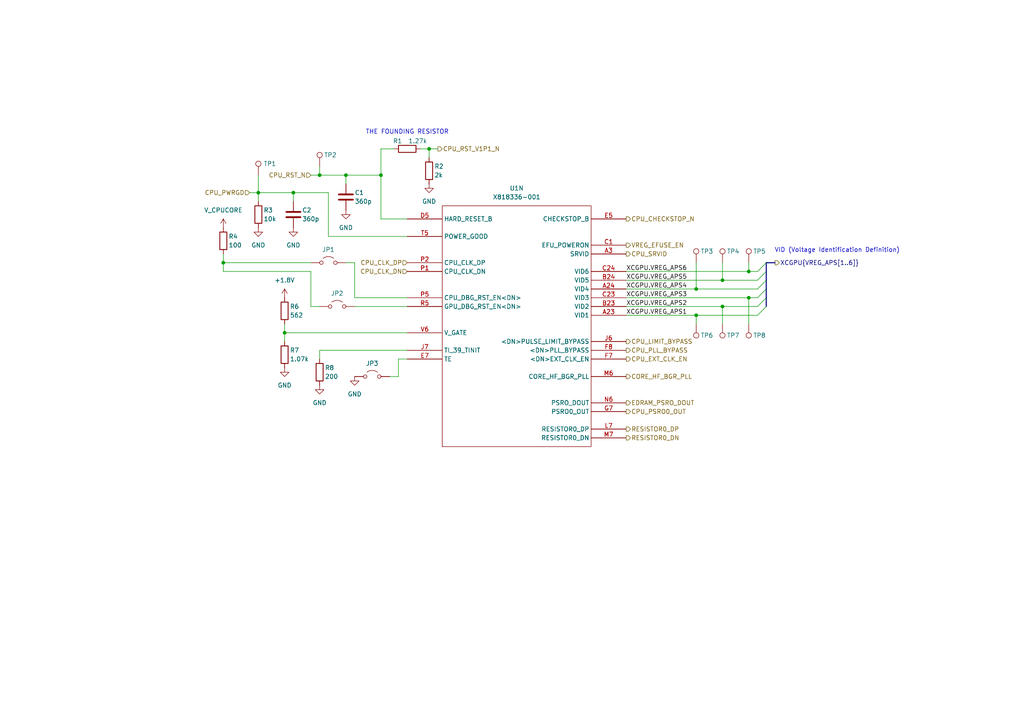
<source format=kicad_sch>
(kicad_sch (version 20250114) (generator "eeschema") (generator_version "9.0")
  (paper "A4")
  (lib_symbols
    (symbol "Connector:TestPoint" (pin_numbers (hide yes)) (pin_names (offset 0.762) (hide yes))
      (property "Reference" "TP" (at 0 6.858 0))
      (property "Value" "TestPoint" (at 0 5.08 0))
      (symbol "TestPoint_1_1"
        (pin passive line (at 0 0 90) (length 2.54) (name "1") (number "1"))
      )
    )
    (symbol "Device:C" (pin_numbers (hide yes)) (pin_names (offset 0.254))
      (property "Reference" "C" (at 0.635 2.54 0))
      (property "Value" "C" (at 0.635 -2.54 0))
      (symbol "C_1_1"
        (pin passive line (at 0 3.81 270) (length 2.794) (name "~") (number "1"))
        (pin passive line (at 0 -3.81 90) (length 2.794) (name "~") (number "2"))
      )
    )
    (symbol "Device:R" (pin_numbers (hide yes)) (pin_names (offset 0))
      (property "Reference" "R" (at 2.032 0 90))
      (property "Value" "R" (at 0 0 90))
      (symbol "R_1_1"
        (pin passive line (at 0 3.81 270) (length 1.27) (name "~") (number "1"))
        (pin passive line (at 0 -3.81 90) (length 1.27) (name "~") (number "2"))
      )
    )
    (symbol "Jumper:Jumper_2_Open" (pin_numbers (hide yes)) (pin_names (offset 0) (hide yes))
      (property "Reference" "JP" (at 0 2.794 0))
      (property "Value" "Jumper_2_Open" (at 0 -2.286 0))
      (symbol "Jumper_2_Open_1_1"
        (pin passive line (at -5.08 0 0) (length 2.54) (name "A") (number "1"))
        (pin passive line (at 5.08 0 180) (length 2.54) (name "B") (number "2"))
      )
    )
    (symbol "X360:X818336-001"
      (property "Reference" "U" (at -20.828 66.04 0))
      (property "Value" "X818336-001" (at -14.478 -108.204 0))
      (symbol "X818336-001_1_1"
        (unit_name "MC1PD")
        (pin bidirectional line (at -31.75 60.96 0) (length 10.16) (name "MD_DQ31") (number "AM23"))
        (pin bidirectional line (at -31.75 58.42 0) (length 10.16) (name "MD_DQ30") (number "AL23"))
        (pin bidirectional line (at -31.75 55.88 0) (length 10.16) (name "MD_DQ29") (number "AP23"))
        (pin bidirectional line (at -31.75 53.34 0) (length 10.16) (name "MD_DQ28") (number "AP24"))
        (pin bidirectional line (at -31.75 50.8 0) (length 10.16) (name "MD_DQ27") (number "AP22"))
        (pin bidirectional line (at -31.75 48.26 0) (length 10.16) (name "MD_DQ26") (number "AN25"))
        (pin bidirectional line (at -31.75 45.72 0) (length 10.16) (name "MD_DQ25") (number "AN21"))
        (pin bidirectional line (at -31.75 43.18 0) (length 10.16) (name "MD_DQ24") (number "AP25"))
        (pin bidirectional line (at -31.75 40.64 0) (length 10.16) (name "MD_DQ23") (number "AN19"))
        (pin bidirectional line (at -31.75 38.1 0) (length 10.16) (name "MD_DQ22") (number "AP19"))
        (pin bidirectional line (at -31.75 35.56 0) (length 10.16) (name "MD_DQ21") (number "AN20"))
        (pin bidirectional line (at -31.75 33.02 0) (length 10.16) (name "MD_DQ20") (number "AL18"))
        (pin bidirectional line (at -31.75 30.48 0) (length 10.16) (name "MD_DQ19") (number "AL20"))
        (pin bidirectional line (at -31.75 27.94 0) (length 10.16) (name "MD_DQ18") (number "AP18"))
        (pin bidirectional line (at -31.75 25.4 0) (length 10.16) (name "MD_DQ17") (number "AP21"))
        (pin bidirectional line (at -31.75 22.86 0) (length 10.16) (name "MD_DQ16") (number "AN18"))
        (pin bidirectional line (at -31.75 20.32 0) (length 10.16) (name "MD_DQ15") (number "AJ19"))
        (pin bidirectional line (at -31.75 17.78 0) (length 10.16) (name "MD_DQ14") (number "AH23"))
        (pin bidirectional line (at -31.75 15.24 0) (length 10.16) (name "MD_DQ13") (number "AK19"))
        (pin bidirectional line (at -31.75 12.7 0) (length 10.16) (name "MD_DQ12") (number "AJ23"))
        (pin bidirectional line (at -31.75 10.16 0) (length 10.16) (name "MD_DQ11") (number "AK21"))
        (pin bidirectional line (at -31.75 7.62 0) (length 10.16) (name "MD_DQ10") (number "AK22"))
        (pin bidirectional line (at -31.75 5.08 0) (length 10.16) (name "MD_DQ9") (number "AH21"))
        (pin bidirectional line (at -31.75 2.54 0) (length 10.16) (name "MD_DQ8") (number "AM22"))
        (pin bidirectional line (at -31.75 0 0) (length 10.16) (name "MD_DQ7") (number "AH18"))
        (pin bidirectional line (at -31.75 -2.54 0) (length 10.16) (name "MD_DQ6") (number "AJ14"))
        (pin bidirectional line (at -31.75 -5.08 0) (length 10.16) (name "MD_DQ5") (number "AJ18"))
        (pin bidirectional line (at -31.75 -7.62 0) (length 10.16) (name "MD_DQ4") (number "AK14"))
        (pin bidirectional line (at -31.75 -10.16 0) (length 10.16) (name "MD_DQ3") (number "AM17"))
        (pin bidirectional line (at -31.75 -12.7 0) (length 10.16) (name "MD_DQ2") (number "AK15"))
        (pin bidirectional line (at -31.75 -15.24 0) (length 10.16) (name "MD_DQ1") (number "AK16"))
        (pin bidirectional line (at -31.75 -17.78 0) (length 10.16) (name "MD_DQ0") (number "AH16"))
        (pin input line (at -31.75 -22.86 0) (length 10.16) (name "MD_RDQS3") (number "AN23"))
        (pin input line (at -31.75 -25.4 0) (length 10.16) (name "MD_RDQS2") (number "AP20"))
        (pin input line (at -31.75 -27.94 0) (length 10.16) (name "MD_RDQS1") (number "AK20"))
        (pin input line (at -31.75 -30.48 0) (length 10.16) (name "MD_RDQS0") (number "AK17"))
        (pin power_in line (at -31.75 -35.56 0) (length 10.16) (name "MD_VREF0") (number "AN17"))
        (pin output line (at 31.75 60.96 180) (length 10.16) (name "MD_CLK1_DP") (number "AJ24"))
        (pin output line (at 31.75 58.42 180) (length 10.16) (name "MD_CLK1_DN") (number "AK24"))
        (pin output line (at 31.75 55.88 180) (length 10.16) (name "MD_CLK0_DP") (number "AL25"))
        (pin output line (at 31.75 53.34 180) (length 10.16) (name "MD_CLK0_DN") (number "AM25"))
        (pin output line (at 31.75 48.26 180) (length 10.16) (name "MD_A12") (number "AK30"))
        (pin output line (at 31.75 45.72 180) (length 10.16) (name "MD_A11") (number "AN31"))
        (pin output line (at 31.75 43.18 180) (length 10.16) (name "MD_A10") (number "AN32"))
        (pin output line (at 31.75 40.64 180) (length 10.16) (name "MD_A9") (number "AK26"))
        (pin output line (at 31.75 38.1 180) (length 10.16) (name "MD_A8") (number "AK25"))
        (pin output line (at 31.75 35.56 180) (length 10.16) (name "MD_A7") (number "AN26"))
        (pin output line (at 31.75 33.02 180) (length 10.16) (name "MD_A6") (number "AH26"))
        (pin output line (at 31.75 30.48 180) (length 10.16) (name "MD_A5") (number "AH25"))
        (pin output line (at 31.75 27.94 180) (length 10.16) (name "MD_A4") (number "AN27"))
        (pin output line (at 31.75 25.4 180) (length 10.16) (name "MD_A3") (number "AP32"))
        (pin output line (at 31.75 22.86 180) (length 10.16) (name "MD_A2") (number "AN29"))
        (pin output line (at 31.75 20.32 180) (length 10.16) (name "MD_A1") (number "AM32"))
        (pin output line (at 31.75 17.78 180) (length 10.16) (name "MD_A0") (number "AN30"))
        (pin output line (at 31.75 12.7 180) (length 10.16) (name "MD_BA2") (number "AK27"))
        (pin output line (at 31.75 10.16 180) (length 10.16) (name "MD_BA1") (number "AN28"))
        (pin output line (at 31.75 7.62 180) (length 10.16) (name "MD_BA0") (number "AK29"))
        (pin output line (at 31.75 2.54 180) (length 10.16) (name "MD_CKE") (number "AP30"))
        (pin output inverted (at 31.75 0 180) (length 10.16) (name "MD_WE_N*") (number "AP28"))
        (pin output inverted (at 31.75 -2.54 180) (length 10.16) (name "MD_CAS_N*") (number "AP29"))
        (pin output inverted (at 31.75 -5.08 180) (length 10.16) (name "MD_RAS_N*") (number "AP31"))
        (pin output inverted (at 31.75 -7.62 180) (length 10.16) (name "MD_CS1_N*") (number "AK28"))
        (pin output inverted (at 31.75 -10.16 180) (length 10.16) (name "MD_CS0_N*") (number "AP27"))
        (pin output line (at 31.75 -15.24 180) (length 10.16) (name "MD_WDQS3") (number "AN24"))
        (pin output line (at 31.75 -17.78 180) (length 10.16) (name "MD_WDQS2") (number "AM18"))
        (pin output line (at 31.75 -20.32 180) (length 10.16) (name "MD_WDQS1") (number "AH22"))
        (pin output line (at 31.75 -22.86 180) (length 10.16) (name "MD_WDQS0") (number "AH15"))
        (pin output line (at 31.75 -27.94 180) (length 10.16) (name "MD_DM3") (number "AN22"))
        (pin output line (at 31.75 -30.48 180) (length 10.16) (name "MD_DM2") (number "AM20"))
        (pin output line (at 31.75 -33.02 180) (length 10.16) (name "MD_DM1") (number "AH20"))
        (pin output line (at 31.75 -35.56 180) (length 10.16) (name "MD_DM0") (number "AH17"))
      )
      (symbol "X818336-001_2_1"
        (unit_name "MC1PC")
        (pin bidirectional line (at -31.75 60.96 0) (length 10.16) (name "MC_DQ31") (number "AP15"))
        (pin bidirectional line (at -31.75 58.42 0) (length 10.16) (name "MC_DQ30") (number "AM15"))
        (pin bidirectional line (at -31.75 55.88 0) (length 10.16) (name "MC_DQ29") (number "AN15"))
        (pin bidirectional line (at -31.75 53.34 0) (length 10.16) (name "MC_DQ28") (number "AL15"))
        (pin bidirectional line (at -31.75 50.8 0) (length 10.16) (name "MC_DQ27") (number "AL13"))
        (pin bidirectional line (at -31.75 48.26 0) (length 10.16) (name "MC_DQ26") (number "AN16"))
        (pin bidirectional line (at -31.75 45.72 0) (length 10.16) (name "MC_DQ25") (number "AM13"))
        (pin bidirectional line (at -31.75 43.18 0) (length 10.16) (name "MC_DQ24") (number "AP17"))
        (pin bidirectional line (at -31.75 40.64 0) (length 10.16) (name "MC_DQ23") (number "AP11"))
        (pin bidirectional line (at -31.75 38.1 0) (length 10.16) (name "MC_DQ22") (number "AL10"))
        (pin bidirectional line (at -31.75 35.56 0) (length 10.16) (name "MC_DQ21") (number "AN11"))
        (pin bidirectional line (at -31.75 33.02 0) (length 10.16) (name "MC_DQ20") (number "AM10"))
        (pin bidirectional line (at -31.75 30.48 0) (length 10.16) (name "MC_DQ19") (number "AN13"))
        (pin bidirectional line (at -31.75 27.94 0) (length 10.16) (name "MC_DQ18") (number "AN10"))
        (pin bidirectional line (at -31.75 25.4 0) (length 10.16) (name "MC_DQ17") (number "AP13"))
        (pin bidirectional line (at -31.75 22.86 0) (length 10.16) (name "MC_DQ16") (number "AN9"))
        (pin bidirectional line (at -31.75 20.32 0) (length 10.16) (name "MC_DQ15") (number "AJ9"))
        (pin bidirectional line (at -31.75 17.78 0) (length 10.16) (name "MC_DQ14") (number "AJ13"))
        (pin bidirectional line (at -31.75 15.24 0) (length 10.16) (name "MC_DQ13") (number "AK9"))
        (pin bidirectional line (at -31.75 12.7 0) (length 10.16) (name "MC_DQ12") (number "AH13"))
        (pin bidirectional line (at -31.75 10.16 0) (length 10.16) (name "MC_DQ11") (number "AK11"))
        (pin bidirectional line (at -31.75 7.62 0) (length 10.16) (name "MC_DQ10") (number "AK12"))
        (pin bidirectional line (at -31.75 5.08 0) (length 10.16) (name "MC_DQ9") (number "AH11"))
        (pin bidirectional line (at -31.75 2.54 0) (length 10.16) (name "MC_DQ8") (number "AM12"))
        (pin bidirectional line (at -31.75 0 0) (length 10.16) (name "MC_DQ7") (number "AN8"))
        (pin bidirectional line (at -31.75 -2.54 0) (length 10.16) (name "MC_DQ6") (number "AN2"))
        (pin bidirectional line (at -31.75 -5.08 0) (length 10.16) (name "MC_DQ5") (number "AK8"))
        (pin bidirectional line (at -31.75 -7.62 0) (length 10.16) (name "MC_DQ4") (number "AN3"))
        (pin bidirectional line (at -31.75 -10.16 0) (length 10.16) (name "MC_DQ3") (number "AN6"))
        (pin bidirectional line (at -31.75 -12.7 0) (length 10.16) (name "MC_DQ2") (number "AK5"))
        (pin bidirectional line (at -31.75 -15.24 0) (length 10.16) (name "MC_DQ1") (number "AK6"))
        (pin bidirectional line (at -31.75 -17.78 0) (length 10.16) (name "MC_DQ0") (number "AN5"))
        (pin input line (at -31.75 -22.86 0) (length 10.16) (name "MC_RDQS3") (number "AN14"))
        (pin input line (at -31.75 -25.4 0) (length 10.16) (name "MC_RDQS2") (number "AP12"))
        (pin input line (at -31.75 -27.94 0) (length 10.16) (name "MC_RDQS1") (number "AK10"))
        (pin input line (at -31.75 -30.48 0) (length 10.16) (name "MC_RDQS0") (number "AK7"))
        (pin power_in line (at -31.75 -35.56 0) (length 10.16) (name "MC_VREF0") (number "AE5"))
        (pin output line (at 31.75 60.96 180) (length 10.16) (name "MC_CLK1_DP") (number "AP9"))
        (pin output line (at 31.75 58.42 180) (length 10.16) (name "MC_CLK1_DN") (number "AP8"))
        (pin output line (at 31.75 55.88 180) (length 10.16) (name "MC_CLK0_DP") (number "AP6"))
        (pin output line (at 31.75 53.34 180) (length 10.16) (name "MC_CLK0_DN") (number "AP5"))
        (pin output line (at 31.75 48.26 180) (length 10.16) (name "MC_A12") (number "AE1"))
        (pin output line (at 31.75 45.72 180) (length 10.16) (name "MC_A11") (number "AH1"))
        (pin output line (at 31.75 43.18 180) (length 10.16) (name "MC_A10") (number "AE2"))
        (pin output line (at 31.75 40.64 180) (length 10.16) (name "MC_A9") (number "AJ2"))
        (pin output line (at 31.75 38.1 180) (length 10.16) (name "MC_A8") (number "AP4"))
        (pin output line (at 31.75 35.56 180) (length 10.16) (name "MC_A7") (number "AK1"))
        (pin output line (at 31.75 33.02 180) (length 10.16) (name "MC_A6") (number "AL1"))
        (pin output line (at 31.75 30.48 180) (length 10.16) (name "MC_A5") (number "AP3"))
        (pin output line (at 31.75 27.94 180) (length 10.16) (name "MC_A4") (number "AK2"))
        (pin output line (at 31.75 25.4 180) (length 10.16) (name "MC_A3") (number "AJ1"))
        (pin output line (at 31.75 22.86 180) (length 10.16) (name "MC_A2") (number "AH2"))
        (pin output line (at 31.75 20.32 180) (length 10.16) (name "MC_A1") (number "AF1"))
        (pin output line (at 31.75 17.78 180) (length 10.16) (name "MC_A0") (number "AG2"))
        (pin output line (at 31.75 12.7 180) (length 10.16) (name "MC_BA2") (number "AL2"))
        (pin output line (at 31.75 10.16 180) (length 10.16) (name "MC_BA1") (number "AM1"))
        (pin output line (at 31.75 7.62 180) (length 10.16) (name "MC_BA0") (number "AF2"))
        (pin output line (at 31.75 2.54 180) (length 10.16) (name "MC_CKE") (number "AG1"))
        (pin output inverted (at 31.75 0 180) (length 10.16) (name "MC_WE_N*") (number "AH5"))
        (pin output inverted (at 31.75 -2.54 180) (length 10.16) (name "MC_CAS_N*") (number "AG5"))
        (pin output inverted (at 31.75 -5.08 180) (length 10.16) (name "MC_RAS_N*") (number "AF5"))
        (pin output inverted (at 31.75 -7.62 180) (length 10.16) (name "MC_CS1_N*") (number "AJ5"))
        (pin output inverted (at 31.75 -10.16 180) (length 10.16) (name "MC_CS0_N*") (number "AM2"))
        (pin output line (at 31.75 -15.24 180) (length 10.16) (name "MC_WDQS3") (number "AP16"))
        (pin output line (at 31.75 -17.78 180) (length 10.16) (name "MC_WDQS2") (number "AP10"))
        (pin output line (at 31.75 -20.32 180) (length 10.16) (name "MC_WDQS1") (number "AH12"))
        (pin output line (at 31.75 -22.86 180) (length 10.16) (name "MC_WDQS0") (number "AN4"))
        (pin output line (at 31.75 -27.94 180) (length 10.16) (name "MC_DM3") (number "AP14"))
        (pin output line (at 31.75 -30.48 180) (length 10.16) (name "MC_DM2") (number "AN12"))
        (pin output line (at 31.75 -33.02 180) (length 10.16) (name "MC_DM1") (number "AH10"))
        (pin output line (at 31.75 -35.56 180) (length 10.16) (name "MC_DM0") (number "AN7"))
      )
      (symbol "X818336-001_3_1"
        (unit_name "MC0PB")
        (pin bidirectional line (at -31.75 60.96 0) (length 10.16) (name "MB_DQ31") (number "H33"))
        (pin bidirectional line (at -31.75 58.42 0) (length 10.16) (name "MB_DQ30") (number "G34"))
        (pin bidirectional line (at -31.75 55.88 0) (length 10.16) (name "MB_DQ29") (number "H34"))
        (pin bidirectional line (at -31.75 53.34 0) (length 10.16) (name "MB_DQ28") (number "F34"))
        (pin bidirectional line (at -31.75 50.8 0) (length 10.16) (name "MB_DQ27") (number "K31"))
        (pin bidirectional line (at -31.75 48.26 0) (length 10.16) (name "MB_DQ26") (number "D34"))
        (pin bidirectional line (at -31.75 45.72 0) (length 10.16) (name "MB_DQ25") (number "K32"))
        (pin bidirectional line (at -31.75 43.18 0) (length 10.16) (name "MB_DQ24") (number "C34"))
        (pin bidirectional line (at -31.75 40.64 0) (length 10.16) (name "MB_DQ23") (number "M32"))
        (pin bidirectional line (at -31.75 38.1 0) (length 10.16) (name "MB_DQ22") (number "M34"))
        (pin bidirectional line (at -31.75 35.56 0) (length 10.16) (name "MB_DQ21") (number "M31"))
        (pin bidirectional line (at -31.75 33.02 0) (length 10.16) (name "MB_DQ20") (number "M33"))
        (pin bidirectional line (at -31.75 30.48 0) (length 10.16) (name "MB_DQ19") (number "K33"))
        (pin bidirectional line (at -31.75 27.94 0) (length 10.16) (name "MB_DQ18") (number "N34"))
        (pin bidirectional line (at -31.75 25.4 0) (length 10.16) (name "MB_DQ17") (number "K34"))
        (pin bidirectional line (at -31.75 22.86 0) (length 10.16) (name "MB_DQ16") (number "P33"))
        (pin bidirectional line (at -31.75 20.32 0) (length 10.16) (name "MB_DQ15") (number "J28"))
        (pin bidirectional line (at -31.75 17.78 0) (length 10.16) (name "MB_DQ14") (number "C33"))
        (pin bidirectional line (at -31.75 15.24 0) (length 10.16) (name "MB_DQ13") (number "J30"))
        (pin bidirectional line (at -31.75 12.7 0) (length 10.16) (name "MB_DQ12") (number "D33"))
        (pin bidirectional line (at -31.75 10.16 0) (length 10.16) (name "MB_DQ11") (number "F33"))
        (pin bidirectional line (at -31.75 7.62 0) (length 10.16) (name "MB_DQ10") (number "E33"))
        (pin bidirectional line (at -31.75 5.08 0) (length 10.16) (name "MB_DQ9") (number "G30"))
        (pin bidirectional line (at -31.75 2.54 0) (length 10.16) (name "MB_DQ8") (number "F30"))
        (pin bidirectional line (at -31.75 0 0) (length 10.16) (name "MB_DQ7") (number "K30"))
        (pin bidirectional line (at -31.75 -2.54 0) (length 10.16) (name "MB_DQ6") (number "P28"))
        (pin bidirectional line (at -31.75 -5.08 0) (length 10.16) (name "MB_DQ5") (number "K28"))
        (pin bidirectional line (at -31.75 -7.62 0) (length 10.16) (name "MB_DQ4") (number "P30"))
        (pin bidirectional line (at -31.75 -10.16 0) (length 10.16) (name "MB_DQ3") (number "M28"))
        (pin bidirectional line (at -31.75 -12.7 0) (length 10.16) (name "MB_DQ2") (number "N30"))
        (pin bidirectional line (at -31.75 -15.24 0) (length 10.16) (name "MB_DQ1") (number "M29"))
        (pin bidirectional line (at -31.75 -17.78 0) (length 10.16) (name "MB_DQ0") (number "N28"))
        (pin input line (at -31.75 -22.86 0) (length 10.16) (name "MB_RDQS3") (number "J33"))
        (pin input line (at -31.75 -25.4 0) (length 10.16) (name "MB_RDQS2") (number "L34"))
        (pin input line (at -31.75 -27.94 0) (length 10.16) (name "MB_RDQS1") (number "G33"))
        (pin input line (at -31.75 -30.48 0) (length 10.16) (name "MB_RDQS0") (number "L29"))
        (pin power_in line (at -31.75 -35.56 0) (length 10.16) (name "MB_VREF0") (number "P34"))
        (pin output line (at 31.75 60.96 180) (length 10.16) (name "MB_CLK1_DP") (number "B32"))
        (pin output line (at 31.75 58.42 180) (length 10.16) (name "MB_CLK1_DN") (number "A32"))
        (pin output line (at 31.75 55.88 180) (length 10.16) (name "MB_CLK0_DP") (number "B31"))
        (pin output line (at 31.75 53.34 180) (length 10.16) (name "MB_CLK0_DN") (number "A31"))
        (pin output line (at 31.75 48.26 180) (length 10.16) (name "MB_A12") (number "C30"))
        (pin output line (at 31.75 45.72 180) (length 10.16) (name "MB_A11") (number "F25"))
        (pin output line (at 31.75 43.18 180) (length 10.16) (name "MB_A10") (number "A25"))
        (pin output line (at 31.75 40.64 180) (length 10.16) (name "MB_A9") (number "E29"))
        (pin output line (at 31.75 38.1 180) (length 10.16) (name "MB_A8") (number "B30"))
        (pin output line (at 31.75 35.56 180) (length 10.16) (name "MB_A7") (number "B29"))
        (pin output line (at 31.75 33.02 180) (length 10.16) (name "MB_A6") (number "A30"))
        (pin output line (at 31.75 30.48 180) (length 10.16) (name "MB_A5") (number "C32"))
        (pin output line (at 31.75 27.94 180) (length 10.16) (name "MB_A4") (number "A29"))
        (pin output line (at 31.75 25.4 180) (length 10.16) (name "MB_A3") (number "E25"))
        (pin output line (at 31.75 22.86 180) (length 10.16) (name "MB_A2") (number "G26"))
        (pin output line (at 31.75 20.32 180) (length 10.16) (name "MB_A1") (number "B25"))
        (pin output line (at 31.75 17.78 180) (length 10.16) (name "MB_A0") (number "F26"))
        (pin output line (at 31.75 12.7 180) (length 10.16) (name "MB_BA2") (number "E28"))
        (pin output line (at 31.75 10.16 180) (length 10.16) (name "MB_BA1") (number "B28"))
        (pin output line (at 31.75 7.62 180) (length 10.16) (name "MB_BA0") (number "E27"))
        (pin output line (at 31.75 2.54 180) (length 10.16) (name "MB_CKE") (number "A27"))
        (pin output inverted (at 31.75 0 180) (length 10.16) (name "MB_WE_N*") (number "B26"))
        (pin output inverted (at 31.75 -2.54 180) (length 10.16) (name "MB_CAS_N*") (number "C26"))
        (pin output inverted (at 31.75 -5.08 180) (length 10.16) (name "MB_RAS_N*") (number "D26"))
        (pin output inverted (at 31.75 -7.62 180) (length 10.16) (name "MB_CS1_N*") (number "A28"))
        (pin output inverted (at 31.75 -10.16 180) (length 10.16) (name "MB_CS0_N*") (number "A26"))
        (pin output line (at 31.75 -15.24 180) (length 10.16) (name "MB_WDQS3") (number "E34"))
        (pin output line (at 31.75 -17.78 180) (length 10.16) (name "MB_WDQS2") (number "N33"))
        (pin output line (at 31.75 -20.32 180) (length 10.16) (name "MB_WDQS1") (number "E30"))
        (pin output line (at 31.75 -22.86 180) (length 10.16) (name "MB_WDQS0") (number "N32"))
        (pin output line (at 31.75 -27.94 180) (length 10.16) (name "MB_DM3") (number "J34"))
        (pin output line (at 31.75 -30.48 180) (length 10.16) (name "MB_DM2") (number "L33"))
        (pin output line (at 31.75 -33.02 180) (length 10.16) (name "MB_DM1") (number "H30"))
        (pin output line (at 31.75 -35.56 180) (length 10.16) (name "MB_DM0") (number "L30"))
      )
      (symbol "X818336-001_4_1"
        (unit_name "MC0PA")
        (pin bidirectional line (at -31.75 60.96 0) (length 10.16) (name "MA_DQ31") (number "T34"))
        (pin bidirectional line (at -31.75 58.42 0) (length 10.16) (name "MA_DQ30") (number "T33"))
        (pin bidirectional line (at -31.75 55.88 0) (length 10.16) (name "MA_DQ29") (number "U31"))
        (pin bidirectional line (at -31.75 53.34 0) (length 10.16) (name "MA_DQ28") (number "R33"))
        (pin bidirectional line (at -31.75 50.8 0) (length 10.16) (name "MA_DQ27") (number "U33"))
        (pin bidirectional line (at -31.75 48.26 0) (length 10.16) (name "MA_DQ26") (number "R32"))
        (pin bidirectional line (at -31.75 45.72 0) (length 10.16) (name "MA_DQ25") (number "V33"))
        (pin bidirectional line (at -31.75 43.18 0) (length 10.16) (name "MA_DQ24") (number "R31"))
        (pin bidirectional line (at -31.75 40.64 0) (length 10.16) (name "MA_DQ23") (number "Y34"))
        (pin bidirectional line (at -31.75 38.1 0) (length 10.16) (name "MA_DQ22") (number "Y33"))
        (pin bidirectional line (at -31.75 35.56 0) (length 10.16) (name "MA_DQ21") (number "Y32"))
        (pin bidirectional line (at -31.75 33.02 0) (length 10.16) (name "MA_DQ20") (number "AA33"))
        (pin bidirectional line (at -31.75 30.48 0) (length 10.16) (name "MA_DQ19") (number "W33"))
        (pin bidirectional line (at -31.75 27.94 0) (length 10.16) (name "MA_DQ18") (number "AB31"))
        (pin bidirectional line (at -31.75 25.4 0) (length 10.16) (name "MA_DQ17") (number "V34"))
        (pin bidirectional line (at -31.75 22.86 0) (length 10.16) (name "MA_DQ16") (number "AB32"))
        (pin bidirectional line (at -31.75 20.32 0) (length 10.16) (name "MA_DQ15") (number "W28"))
        (pin bidirectional line (at -31.75 17.78 0) (length 10.16) (name "MA_DQ14") (number "R30"))
        (pin bidirectional line (at -31.75 15.24 0) (length 10.16) (name "MA_DQ13") (number "W30"))
        (pin bidirectional line (at -31.75 12.7 0) (length 10.16) (name "MA_DQ12") (number "R28"))
        (pin bidirectional line (at -31.75 10.16 0) (length 10.16) (name "MA_DQ11") (number "V28"))
        (pin bidirectional line (at -31.75 7.62 0) (length 10.16) (name "MA_DQ10") (number "T29"))
        (pin bidirectional line (at -31.75 5.08 0) (length 10.16) (name "MA_DQ9") (number "U29"))
        (pin bidirectional line (at -31.75 2.54 0) (length 10.16) (name "MA_DQ8") (number "U28"))
        (pin bidirectional line (at -31.75 0 0) (length 10.16) (name "MA_DQ7") (number "Y30"))
        (pin bidirectional line (at -31.75 -2.54 0) (length 10.16) (name "MA_DQ6") (number "AD28"))
        (pin bidirectional line (at -31.75 -5.08 0) (length 10.16) (name "MA_DQ5") (number "Y28"))
        (pin bidirectional line (at -31.75 -7.62 0) (length 10.16) (name "MA_DQ4") (number "AD30"))
        (pin bidirectional line (at -31.75 -10.16 0) (length 10.16) (name "MA_DQ3") (number "AB28"))
        (pin bidirectional line (at -31.75 -12.7 0) (length 10.16) (name "MA_DQ2") (number "AC30"))
        (pin bidirectional line (at -31.75 -15.24 0) (length 10.16) (name "MA_DQ1") (number "AB29"))
        (pin bidirectional line (at -31.75 -17.78 0) (length 10.16) (name "MA_DQ0") (number "AC28"))
        (pin input line (at -31.75 -22.86 0) (length 10.16) (name "MA_RDQS3") (number "U32"))
        (pin input line (at -31.75 -25.4 0) (length 10.16) (name "MA_RDQS2") (number "Y31"))
        (pin input line (at -31.75 -27.94 0) (length 10.16) (name "MA_RDQS1") (number "V30"))
        (pin input line (at -31.75 -30.48 0) (length 10.16) (name "MA_RDQS0") (number "AA29"))
        (pin power_in line (at -31.75 -35.56 0) (length 10.16) (name "MA_VREF0") (number "AB34"))
        (pin output line (at 31.75 60.96 180) (length 10.16) (name "MA_CLK1_DP") (number "AE28"))
        (pin output line (at 31.75 58.42 180) (length 10.16) (name "MA_CLK1_DN") (number "AE30"))
        (pin output line (at 31.75 55.88 180) (length 10.16) (name "MA_CLK0_DP") (number "AC33"))
        (pin output line (at 31.75 53.34 180) (length 10.16) (name "MA_CLK0_DN") (number "AC34"))
        (pin output line (at 31.75 48.26 180) (length 10.16) (name "MA_A12") (number "AL33"))
        (pin output line (at 31.75 45.72 180) (length 10.16) (name "MA_A11") (number "AH34"))
        (pin output line (at 31.75 43.18 180) (length 10.16) (name "MA_A10") (number "AL34"))
        (pin output line (at 31.75 40.64 180) (length 10.16) (name "MA_A9") (number "AG34"))
        (pin output line (at 31.75 38.1 180) (length 10.16) (name "MA_A8") (number "AD33"))
        (pin output line (at 31.75 35.56 180) (length 10.16) (name "MA_A7") (number "AF34"))
        (pin output line (at 31.75 33.02 180) (length 10.16) (name "MA_A6") (number "AE33"))
        (pin output line (at 31.75 30.48 180) (length 10.16) (name "MA_A5") (number "AD34"))
        (pin output line (at 31.75 27.94 180) (length 10.16) (name "MA_A4") (number "AF33"))
        (pin output line (at 31.75 25.4 180) (length 10.16) (name "MA_A3") (number "AG33"))
        (pin output line (at 31.75 22.86 180) (length 10.16) (name "MA_A2") (number "AH33"))
        (pin output line (at 31.75 20.32 180) (length 10.16) (name "MA_A1") (number "AK33"))
        (pin output line (at 31.75 17.78 180) (length 10.16) (name "MA_A0") (number "AJ34"))
        (pin output line (at 31.75 12.7 180) (length 10.16) (name "MA_BA2") (number "AE34"))
        (pin output line (at 31.75 10.16 180) (length 10.16) (name "MA_BA1") (number "AE32"))
        (pin output line (at 31.75 7.62 180) (length 10.16) (name "MA_BA0") (number "AK34"))
        (pin output line (at 31.75 2.54 180) (length 10.16) (name "MA_CKE") (number "AJ33"))
        (pin output inverted (at 31.75 0 180) (length 10.16) (name "MA_WE_N*") (number "AF29"))
        (pin output inverted (at 31.75 -2.54 180) (length 10.16) (name "MA_CAS_N*") (number "AG30"))
        (pin output inverted (at 31.75 -5.08 180) (length 10.16) (name "MA_RAS_N*") (number "AH30"))
        (pin output inverted (at 31.75 -7.62 180) (length 10.16) (name "MA_CS1_N*") (number "AF30"))
        (pin output inverted (at 31.75 -10.16 180) (length 10.16) (name "MA_CS0_N*") (number "AE31"))
        (pin output line (at 31.75 -15.24 180) (length 10.16) (name "MA_WDQS3") (number "R34"))
        (pin output line (at 31.75 -17.78 180) (length 10.16) (name "MA_WDQS2") (number "AA34"))
        (pin output line (at 31.75 -20.32 180) (length 10.16) (name "MA_WDQS1") (number "T30"))
        (pin output line (at 31.75 -22.86 180) (length 10.16) (name "MA_WDQS0") (number "AC32"))
        (pin output line (at 31.75 -27.94 180) (length 10.16) (name "MA_DM3") (number "U34"))
        (pin output line (at 31.75 -30.48 180) (length 10.16) (name "MA_DM2") (number "W34"))
        (pin output line (at 31.75 -33.02 180) (length 10.16) (name "MA_DM1") (number "V32"))
        (pin output line (at 31.75 -35.56 180) (length 10.16) (name "MA_DM0") (number "AA30"))
      )
      (symbol "X818336-001_5_1"
        (unit_name "VIDEO + PCIEX")
        (pin input line (at -31.75 60.96 0) (length 10.16) (name "NB_CLK_DP") (number "R2"))
        (pin input line (at -31.75 55.88 0) (length 10.16) (name "NB_CLK_DN") (number "R1"))
        (pin input inverted (at -31.75 48.26 0) (length 10.16) (name "RST_IN_N*") (number "D2"))
        (pin input line (at -31.75 40.64 0) (length 10.16) (name "PEX_RX1_DP") (number "T2"))
        (pin input line (at -31.75 38.1 0) (length 10.16) (name "PEX_RX1_DN") (number "T1"))
        (pin input line (at -31.75 35.56 0) (length 10.16) (name "PEX_RX0_DP") (number "V2"))
        (pin input line (at -31.75 33.02 0) (length 10.16) (name "PEX_RX0_DN") (number "V1"))
        (pin input line (at -31.75 27.94 0) (length 10.16) (name "PIX_CLK_IN_DP") (number "N1"))
        (pin input line (at -31.75 25.4 0) (length 10.16) (name "PIX_CLK_IN_DN") (number "N2"))
        (pin power_in line (at -31.75 20.32 0) (length 10.16) (name "PEX_RCAL") (number "V3"))
        (pin input line (at -31.75 12.7 0) (length 10.16) (name "NB_THERMD_P") (number "P4"))
        (pin output line (at -31.75 10.16 0) (length 10.16) (name "NB_THERMD_N") (number "P3"))
        (pin input line (at -31.75 5.08 0) (length 10.16) (name "ED_THERMD_P") (number "V4"))
        (pin output line (at -31.75 2.54 0) (length 10.16) (name "ED_THERMD_N") (number "V5"))
        (pin input line (at -31.75 -2.54 0) (length 10.16) (name "CPU_THERMD_P") (number "M5"))
        (pin output line (at -31.75 -5.08 0) (length 10.16) (name "CPU_THERMD_N") (number "L5"))
        (pin power_in line (at -31.75 -12.7 0) (length 10.16) (name "MEM_CALA") (number "W27"))
        (pin power_in line (at -31.75 -15.24 0) (length 10.16) (name "MEM_CALB") (number "AG18"))
        (pin output line (at 31.75 60.96 180) (length 10.16) (name "RST_DONE") (number "U6"))
        (pin output line (at 31.75 53.34 180) (length 10.16) (name "PEX_TX1_DP") (number "U2"))
        (pin output line (at 31.75 48.26 180) (length 10.16) (name "PEX_TX1_DN") (number "U1"))
        (pin output line (at 31.75 43.18 180) (length 10.16) (name "PEX_TX0_DP") (number "W2"))
        (pin output line (at 31.75 38.1 180) (length 10.16) (name "PEX_TX0_DN") (number "W1"))
        (pin output line (at 31.75 30.48 180) (length 10.16) (name "PIX_CLK_OUT") (number "J2"))
        (pin output line (at 31.75 25.4 180) (length 10.16) (name "PIX_DATA14") (number "F2"))
        (pin output line (at 31.75 22.86 180) (length 10.16) (name "PIX_DATA13") (number "F1"))
        (pin output line (at 31.75 20.32 180) (length 10.16) (name "PIX_DATA12") (number "F3"))
        (pin output line (at 31.75 17.78 180) (length 10.16) (name "PIX_DATA11") (number "G2"))
        (pin output line (at 31.75 15.24 180) (length 10.16) (name "PIX_DATA10") (number "G1"))
        (pin output line (at 31.75 12.7 180) (length 10.16) (name "PIX_DATA9") (number "H3"))
        (pin output line (at 31.75 10.16 180) (length 10.16) (name "PIX_DATA8") (number "H2"))
        (pin output line (at 31.75 7.62 180) (length 10.16) (name "PIX_DATA7") (number "H1"))
        (pin output line (at 31.75 5.08 180) (length 10.16) (name "PIX_DATA6") (number "J1"))
        (pin output line (at 31.75 2.54 180) (length 10.16) (name "PIX_DATA5") (number "K3"))
        (pin output line (at 31.75 0 180) (length 10.16) (name "PIX_DATA4") (number "K2"))
        (pin output line (at 31.75 -2.54 180) (length 10.16) (name "PIX_DATA3") (number "K1"))
        (pin output line (at 31.75 -5.08 180) (length 10.16) (name "PIX_DATA2") (number "L2"))
        (pin output line (at 31.75 -7.62 180) (length 10.16) (name "PIX_DATA1") (number "L1"))
        (pin output line (at 31.75 -10.16 180) (length 10.16) (name "PIX_DATA0") (number "M3"))
        (pin output line (at 31.75 -15.24 180) (length 10.16) (name "VSYNC_OUT") (number "M1"))
        (pin output line (at 31.75 -17.78 180) (length 10.16) (name "HSYNC_OUT") (number "M2"))
        (pin output line (at 31.75 -25.4 180) (length 10.16) (name "MEM_RST") (number "AD27"))
        (pin output line (at 31.75 -27.94 180) (length 10.16) (name "MEM_SCAN_EN") (number "AB33"))
        (pin output line (at 31.75 -30.48 180) (length 10.16) (name "MEM_SCAN_OEN_A") (number "AF7"))
        (pin output line (at 31.75 -33.02 180) (length 10.16) (name "MEM_SCAN_OEN_B") (number "AE7"))
      )
      (symbol "X818336-001_6_1"
        (unit_name "VCS")
        (pin power_in line (at -31.75 60.96 0) (length 10.16) (name "V_CS28") (number "A11"))
        (pin power_in line (at -31.75 58.42 0) (length 10.16) (name "V_CS27") (number "A9"))
        (pin power_in line (at -31.75 55.88 0) (length 10.16) (name "V_CS26") (number "B10"))
        (pin power_in line (at -31.75 53.34 0) (length 10.16) (name "V_CS25") (number "C11"))
        (pin power_in line (at -31.75 50.8 0) (length 10.16) (name "V_CS24") (number "C9"))
        (pin power_in line (at -31.75 48.26 0) (length 10.16) (name "V_CS23") (number "D10"))
        (pin power_in line (at -31.75 45.72 0) (length 10.16) (name "V_CS22") (number "E11"))
        (pin power_in line (at -31.75 43.18 0) (length 10.16) (name "V_CS21") (number "E9"))
        (pin power_in line (at 31.75 60.96 180) (length 10.16) (name "V_CS20") (number "F10"))
        (pin power_in line (at 31.75 58.42 180) (length 10.16) (name "V_CS19") (number "G11"))
        (pin power_in line (at 31.75 55.88 180) (length 10.16) (name "V_CS18") (number "G9"))
        (pin power_in line (at 31.75 53.34 180) (length 10.16) (name "V_CS17") (number "H10"))
        (pin power_in line (at 31.75 50.8 180) (length 10.16) (name "V_CS16") (number "H8"))
        (pin power_in line (at 31.75 48.26 180) (length 10.16) (name "V_CS15") (number "J9"))
        (pin power_in line (at 31.75 45.72 180) (length 10.16) (name "V_CS14") (number "K10"))
        (pin power_in line (at 31.75 43.18 180) (length 10.16) (name "V_CS13") (number "K8"))
        (pin power_in line (at 31.75 40.64 180) (length 10.16) (name "V_CS12") (number "L9"))
        (pin power_in line (at 31.75 38.1 180) (length 10.16) (name "V_CS11") (number "M10"))
        (pin power_in line (at 31.75 35.56 180) (length 10.16) (name "V_CS10") (number "M8"))
        (pin power_in line (at 31.75 33.02 180) (length 10.16) (name "V_CS9") (number "N9"))
        (pin power_in line (at 31.75 30.48 180) (length 10.16) (name "V_CS8") (number "P10"))
        (pin power_in line (at 31.75 27.94 180) (length 10.16) (name "V_CS7") (number "P8"))
        (pin power_in line (at 31.75 25.4 180) (length 10.16) (name "V_CS6") (number "R9"))
        (pin power_in line (at 31.75 22.86 180) (length 10.16) (name "V_CS5") (number "T10"))
        (pin power_in line (at 31.75 20.32 180) (length 10.16) (name "V_CS4") (number "T8"))
        (pin power_in line (at 31.75 17.78 180) (length 10.16) (name "V_CS3") (number "U9"))
        (pin power_in line (at 31.75 15.24 180) (length 10.16) (name "V_CS2") (number "V10"))
        (pin power_in line (at 31.75 12.7 180) (length 10.16) (name "V_CS1") (number "V8"))
        (pin power_in line (at 31.75 10.16 180) (length 10.16) (name "V_CS0") (number "W9"))
      )
      (symbol "X818336-001_7_1"
        (unit_name "EDRAM POWER")
        (pin power_in line (at -31.75 60.96 0) (length 10.16) (name "V_EDRAM47") (number "R7"))
        (pin power_in line (at -31.75 58.42 0) (length 10.16) (name "V_EDRAM46") (number "T6"))
        (pin power_in line (at -31.75 55.88 0) (length 10.16) (name "V_EDRAM45") (number "U7"))
        (pin power_in line (at -31.75 53.34 0) (length 10.16) (name "V_EDRAM44") (number "W7"))
        (pin power_in line (at -31.75 50.8 0) (length 10.16) (name "V_EDRAM43") (number "Y11"))
        (pin power_in line (at -31.75 48.26 0) (length 10.16) (name "V_EDRAM42") (number "Y10"))
        (pin power_in line (at -31.75 45.72 0) (length 10.16) (name "V_EDRAM41") (number "Y8"))
        (pin power_in line (at -31.75 43.18 0) (length 10.16) (name "V_EDRAM40") (number "Y6"))
        (pin power_in line (at -31.75 40.64 0) (length 10.16) (name "V_EDRAM39") (number "Y4"))
        (pin power_in line (at -31.75 38.1 0) (length 10.16) (name "V_EDRAM38") (number "Y2"))
        (pin power_in line (at -31.75 35.56 0) (length 10.16) (name "V_EDRAM37") (number "Y1"))
        (pin power_in line (at -31.75 33.02 0) (length 10.16) (name "V_EDRAM36") (number "AA11"))
        (pin power_in line (at -31.75 30.48 0) (length 10.16) (name "V_EDRAM35") (number "AA10"))
        (pin power_in line (at -31.75 27.94 0) (length 10.16) (name "V_EDRAM34") (number "AA9"))
        (pin power_in line (at -31.75 25.4 0) (length 10.16) (name "V_EDRAM33") (number "AA8"))
        (pin power_in line (at -31.75 22.86 0) (length 10.16) (name "V_EDRAM32") (number "AA7"))
        (pin power_in line (at -31.75 20.32 0) (length 10.16) (name "V_EDRAM31") (number "AA6"))
        (pin power_in line (at -31.75 17.78 0) (length 10.16) (name "V_EDRAM30") (number "AA5"))
        (pin power_in line (at -31.75 15.24 0) (length 10.16) (name "V_EDRAM29") (number "AA4"))
        (pin power_in line (at -31.75 12.7 0) (length 10.16) (name "V_EDRAM28") (number "AA3"))
        (pin power_in line (at -31.75 10.16 0) (length 10.16) (name "V_EDRAM27") (number "AA2"))
        (pin power_in line (at -31.75 7.62 0) (length 10.16) (name "V_EDRAM26") (number "AA1"))
        (pin power_in line (at -31.75 5.08 0) (length 10.16) (name "V_EDRAM25") (number "AB10"))
        (pin power_in line (at -31.75 2.54 0) (length 10.16) (name "V_EDRAM24") (number "AB8"))
        (pin power_in line (at 31.75 60.96 180) (length 10.16) (name "V_EDRAM23") (number "AB6"))
        (pin power_in line (at 31.75 58.42 180) (length 10.16) (name "V_EDRAM22") (number "AB4"))
        (pin power_in line (at 31.75 55.88 180) (length 10.16) (name "V_EDRAM21") (number "AB2"))
        (pin power_in line (at 31.75 53.34 180) (length 10.16) (name "V_EDRAM20") (number "AC11"))
        (pin power_in line (at 31.75 50.8 180) (length 10.16) (name "V_EDRAM19") (number "AC10"))
        (pin power_in line (at 31.75 48.26 180) (length 10.16) (name "V_EDRAM18") (number "AC9"))
        (pin power_in line (at 31.75 45.72 180) (length 10.16) (name "V_EDRAM17") (number "AC8"))
        (pin power_in line (at 31.75 43.18 180) (length 10.16) (name "V_EDRAM16") (number "AC7"))
        (pin power_in line (at 31.75 40.64 180) (length 10.16) (name "V_EDRAM15") (number "AC6"))
        (pin power_in line (at 31.75 38.1 180) (length 10.16) (name "V_EDRAM14") (number "AC5"))
        (pin power_in line (at 31.75 35.56 180) (length 10.16) (name "V_EDRAM13") (number "AC4"))
        (pin power_in line (at 31.75 33.02 180) (length 10.16) (name "V_EDRAM12") (number "AC3"))
        (pin power_in line (at 31.75 30.48 180) (length 10.16) (name "V_EDRAM11") (number "AC2"))
        (pin power_in line (at 31.75 27.94 180) (length 10.16) (name "V_EDRAM10") (number "AC1"))
        (pin power_in line (at 31.75 25.4 180) (length 10.16) (name "V_EDRAM9") (number "AD11"))
        (pin power_in line (at 31.75 22.86 180) (length 10.16) (name "V_EDRAM8") (number "AD10"))
        (pin power_in line (at 31.75 20.32 180) (length 10.16) (name "V_EDRAM7") (number "AD8"))
        (pin power_in line (at 31.75 17.78 180) (length 10.16) (name "V_EDRAM6") (number "AD6"))
        (pin power_in line (at 31.75 15.24 180) (length 10.16) (name "V_EDRAM5") (number "AD4"))
        (pin power_in line (at 31.75 12.7 180) (length 10.16) (name "V_EDRAM4") (number "AD2"))
        (pin power_in line (at 31.75 10.16 180) (length 10.16) (name "V_EDRAM3") (number "AD1"))
        (pin power_in line (at 31.75 7.62 180) (length 10.16) (name "V_EDRAM2") (number "AE11"))
        (pin power_in line (at 31.75 5.08 180) (length 10.16) (name "V_EDRAM1") (number "AE9"))
        (pin power_in line (at 31.75 2.54 180) (length 10.16) (name "V_EDRAM0") (number "AF10"))
      )
      (symbol "X818336-001_8_1"
        (unit_name "MEMORY POWER")
        (pin power_in line (at -31.75 60.96 0) (length 10.16) (name "V_MEM111") (number "A33"))
        (pin power_in line (at -31.75 58.42 0) (length 10.16) (name "V_MEM110") (number "B34"))
        (pin power_in line (at -31.75 55.88 0) (length 10.16) (name "V_MEM109") (number "C31"))
        (pin power_in line (at -31.75 53.34 0) (length 10.16) (name "V_MEM108") (number "C29"))
        (pin power_in line (at -31.75 50.8 0) (length 10.16) (name "V_MEM107") (number "C27"))
        (pin power_in line (at -31.75 48.26 0) (length 10.16) (name "V_MEM106") (number "D32"))
        (pin power_in line (at -31.75 45.72 0) (length 10.16) (name "V_MEM105") (number "D30"))
        (pin power_in line (at -31.75 43.18 0) (length 10.16) (name "V_MEM104") (number "D28"))
        (pin power_in line (at -31.75 40.64 0) (length 10.16) (name "V_MEM103") (number "D25"))
        (pin power_in line (at -31.75 38.1 0) (length 10.16) (name "V_MEM102") (number "E31"))
        (pin power_in line (at -31.75 35.56 0) (length 10.16) (name "V_MEM101") (number "E26"))
        (pin power_in line (at -31.75 33.02 0) (length 10.16) (name "V_MEM100") (number "F32"))
        (pin power_in line (at -31.75 30.48 0) (length 10.16) (name "V_MEM99") (number "F28"))
        (pin power_in line (at -31.75 27.94 0) (length 10.16) (name "V_MEM98") (number "G31"))
        (pin power_in line (at -31.75 25.4 0) (length 10.16) (name "V_MEM97") (number "G29"))
        (pin power_in line (at -31.75 22.86 0) (length 10.16) (name "V_MEM96") (number "G27"))
        (pin power_in line (at -31.75 20.32 0) (length 10.16) (name "V_MEM95") (number "G25"))
        (pin power_in line (at -31.75 17.78 0) (length 10.16) (name "V_MEM94") (number "H32"))
        (pin power_in line (at -31.75 15.24 0) (length 10.16) (name "V_MEM93") (number "H28"))
        (pin power_in line (at -31.75 12.7 0) (length 10.16) (name "V_MEM92") (number "H26"))
        (pin power_in line (at -31.75 10.16 0) (length 10.16) (name "V_MEM91") (number "J32"))
        (pin power_in line (at -31.75 7.62 0) (length 10.16) (name "V_MEM90") (number "J29"))
        (pin power_in line (at -31.75 5.08 0) (length 10.16) (name "V_MEM89") (number "K27"))
        (pin power_in line (at -31.75 2.54 0) (length 10.16) (name "V_MEM88") (number "L31"))
        (pin power_in line (at -31.75 0 0) (length 10.16) (name "V_MEM87") (number "L28"))
        (pin power_in line (at -31.75 -2.54 0) (length 10.16) (name "V_MEM86") (number "M30"))
        (pin power_in line (at -31.75 -5.08 0) (length 10.16) (name "V_MEM85") (number "M27"))
        (pin power_in line (at -31.75 -7.62 0) (length 10.16) (name "V_MEM84") (number "N29"))
        (pin power_in line (at -31.75 -10.16 0) (length 10.16) (name "V_MEM83") (number "P31"))
        (pin power_in line (at -31.75 -12.7 0) (length 10.16) (name "V_MEM82") (number "P29"))
        (pin power_in line (at -31.75 -15.24 0) (length 10.16) (name "V_MEM81") (number "R27"))
        (pin power_in line (at -31.75 -17.78 0) (length 10.16) (name "V_MEM80") (number "T32"))
        (pin power_in line (at -31.75 -20.32 0) (length 10.16) (name "V_MEM79") (number "T28"))
        (pin power_in line (at -31.75 -22.86 0) (length 10.16) (name "V_MEM78") (number "V31"))
        (pin power_in line (at -31.75 -25.4 0) (length 10.16) (name "V_MEM77") (number "V27"))
        (pin power_in line (at -31.75 -27.94 0) (length 10.16) (name "V_MEM76") (number "W32"))
        (pin power_in line (at -31.75 -30.48 0) (length 10.16) (name "V_MEM75") (number "W29"))
        (pin power_in line (at -31.75 -33.02 0) (length 10.16) (name "V_MEM74") (number "Y27"))
        (pin power_in line (at -31.75 -35.56 0) (length 10.16) (name "V_MEM73") (number "AA31"))
        (pin power_in line (at -31.75 -38.1 0) (length 10.16) (name "V_MEM72") (number "AA28"))
        (pin power_in line (at -31.75 -40.64 0) (length 10.16) (name "V_MEM71") (number "AB30"))
        (pin power_in line (at -31.75 -43.18 0) (length 10.16) (name "V_MEM70") (number "AB27"))
        (pin power_in line (at -31.75 -45.72 0) (length 10.16) (name "V_MEM69") (number "AC29"))
        (pin power_in line (at -31.75 -48.26 0) (length 10.16) (name "V_MEM68") (number "AD31"))
        (pin power_in line (at -31.75 -50.8 0) (length 10.16) (name "V_MEM67") (number "AD29"))
        (pin power_in line (at -31.75 -53.34 0) (length 10.16) (name "V_MEM66") (number "AE8"))
        (pin power_in line (at -31.75 -55.88 0) (length 10.16) (name "V_MEM65") (number "AE4"))
        (pin power_in line (at -31.75 -58.42 0) (length 10.16) (name "V_MEM64") (number "AF32"))
        (pin power_in line (at -31.75 -60.96 0) (length 10.16) (name "V_MEM63") (number "AF28"))
        (pin power_in line (at -31.75 -63.5 0) (length 10.16) (name "V_MEM62") (number "AF27"))
        (pin power_in line (at -31.75 -66.04 0) (length 10.16) (name "V_MEM61") (number "AF6"))
        (pin power_in line (at -31.75 -68.58 0) (length 10.16) (name "V_MEM60") (number "AF3"))
        (pin power_in line (at -31.75 -71.12 0) (length 10.16) (name "V_MEM59") (number "AG31"))
        (pin power_in line (at -31.75 -73.66 0) (length 10.16) (name "V_MEM58") (number "AG28"))
        (pin power_in line (at -31.75 -76.2 0) (length 10.16) (name "V_MEM57") (number "AG25"))
        (pin power_in line (at 31.75 60.96 180) (length 10.16) (name "V_MEM56") (number "AG23"))
        (pin power_in line (at 31.75 58.42 180) (length 10.16) (name "V_MEM55") (number "AG20"))
        (pin power_in line (at 31.75 55.88 180) (length 10.16) (name "V_MEM54") (number "AG17"))
        (pin power_in line (at 31.75 53.34 180) (length 10.16) (name "V_MEM53") (number "AG15"))
        (pin power_in line (at 31.75 50.8 180) (length 10.16) (name "V_MEM52") (number "AG13"))
        (pin power_in line (at 31.75 48.26 180) (length 10.16) (name "V_MEM51") (number "AG10"))
        (pin power_in line (at 31.75 45.72 180) (length 10.16) (name "V_MEM50") (number "AG7"))
        (pin power_in line (at 31.75 43.18 180) (length 10.16) (name "V_MEM49") (number "AG4"))
        (pin power_in line (at 31.75 40.64 180) (length 10.16) (name "V_MEM48") (number "AH32"))
        (pin power_in line (at 31.75 38.1 180) (length 10.16) (name "V_MEM47") (number "AH29"))
        (pin power_in line (at 31.75 35.56 180) (length 10.16) (name "V_MEM46") (number "AH27"))
        (pin power_in line (at 31.75 33.02 180) (length 10.16) (name "V_MEM45") (number "AH24"))
        (pin power_in line (at 31.75 30.48 180) (length 10.16) (name "V_MEM44") (number "AH19"))
        (pin power_in line (at 31.75 27.94 180) (length 10.16) (name "V_MEM43") (number "AH14"))
        (pin power_in line (at 31.75 25.4 180) (length 10.16) (name "V_MEM42") (number "AH9"))
        (pin power_in line (at 31.75 22.86 180) (length 10.16) (name "V_MEM41") (number "AH8"))
        (pin power_in line (at 31.75 20.32 180) (length 10.16) (name "V_MEM40") (number "AH6"))
        (pin power_in line (at 31.75 17.78 180) (length 10.16) (name "V_MEM39") (number "AH3"))
        (pin power_in line (at 31.75 15.24 180) (length 10.16) (name "V_MEM38") (number "AJ31"))
        (pin power_in line (at 31.75 12.7 180) (length 10.16) (name "V_MEM37") (number "AJ28"))
        (pin power_in line (at 31.75 10.16 180) (length 10.16) (name "V_MEM36") (number "AJ26"))
        (pin power_in line (at 31.75 7.62 180) (length 10.16) (name "V_MEM35") (number "AJ22"))
        (pin power_in line (at 31.75 5.08 180) (length 10.16) (name "V_MEM34") (number "AJ21"))
        (pin power_in line (at 31.75 2.54 180) (length 10.16) (name "V_MEM33") (number "AJ16"))
        (pin power_in line (at 31.75 0 180) (length 10.16) (name "V_MEM32") (number "AJ12"))
        (pin power_in line (at 31.75 -2.54 180) (length 10.16) (name "V_MEM31") (number "AJ11"))
        (pin power_in line (at 31.75 -5.08 180) (length 10.16) (name "V_MEM30") (number "AJ7"))
        (pin power_in line (at 31.75 -7.62 180) (length 10.16) (name "V_MEM29") (number "AJ4"))
        (pin power_in line (at 31.75 -10.16 180) (length 10.16) (name "V_MEM28") (number "AK32"))
        (pin power_in line (at 31.75 -12.7 180) (length 10.16) (name "V_MEM27") (number "AK23"))
        (pin power_in line (at 31.75 -15.24 180) (length 10.16) (name "V_MEM26") (number "AK13"))
        (pin power_in line (at 31.75 -17.78 180) (length 10.16) (name "V_MEM25") (number "AK3"))
        (pin power_in line (at 31.75 -20.32 180) (length 10.16) (name "V_MEM24") (number "AL31"))
        (pin power_in line (at 31.75 -22.86 180) (length 10.16) (name "V_MEM23") (number "AL29"))
        (pin power_in line (at 31.75 -25.4 180) (length 10.16) (name "V_MEM22") (number "AL27"))
        (pin power_in line (at 31.75 -27.94 180) (length 10.16) (name "V_MEM21") (number "AL24"))
        (pin power_in line (at 31.75 -30.48 180) (length 10.16) (name "V_MEM20") (number "AL21"))
        (pin power_in line (at 31.75 -33.02 180) (length 10.16) (name "V_MEM19") (number "AL17"))
        (pin power_in line (at 31.75 -35.56 180) (length 10.16) (name "V_MEM18") (number "AL14"))
        (pin power_in line (at 31.75 -38.1 180) (length 10.16) (name "V_MEM17") (number "AL11"))
        (pin power_in line (at 31.75 -40.64 180) (length 10.16) (name "V_MEM16") (number "AL8"))
        (pin power_in line (at 31.75 -43.18 180) (length 10.16) (name "V_MEM15") (number "AL6"))
        (pin power_in line (at 31.75 -45.72 180) (length 10.16) (name "V_MEM14") (number "AL4"))
        (pin power_in line (at 31.75 -48.26 180) (length 10.16) (name "V_MEM13") (number "AM34"))
        (pin power_in line (at 31.75 -50.8 180) (length 10.16) (name "V_MEM12") (number "AM30"))
        (pin power_in line (at 31.75 -53.34 180) (length 10.16) (name "V_MEM11") (number "AM28"))
        (pin power_in line (at 31.75 -55.88 180) (length 10.16) (name "V_MEM10") (number "AM26"))
        (pin power_in line (at 31.75 -58.42 180) (length 10.16) (name "V_MEM9") (number "AM19"))
        (pin power_in line (at 31.75 -60.96 180) (length 10.16) (name "V_MEM8") (number "AM16"))
        (pin power_in line (at 31.75 -63.5 180) (length 10.16) (name "V_MEM7") (number "AM9"))
        (pin power_in line (at 31.75 -66.04 180) (length 10.16) (name "V_MEM6") (number "AM7"))
        (pin power_in line (at 31.75 -68.58 180) (length 10.16) (name "V_MEM5") (number "AM5"))
        (pin power_in line (at 31.75 -71.12 180) (length 10.16) (name "V_MEM4") (number "AM3"))
        (pin power_in line (at 31.75 -73.66 180) (length 10.16) (name "V_MEM3") (number "AN33"))
        (pin power_in line (at 31.75 -76.2 180) (length 10.16) (name "V_MEM2") (number "AN1"))
        (pin power_in line (at 31.75 -78.74 180) (length 10.16) (name "V_MEM1") (number "AP34"))
        (pin power_in line (at 31.75 -81.28 180) (length 10.16) (name "V_MEM0") (number "AP2"))
      )
      (symbol "X818336-001_9_1"
        (unit_name "CORE POWER 1")
        (pin power_in line (at -31.75 60.96 0) (length 10.16) (name "VDD_CORE91") (number "R23"))
        (pin power_in line (at -31.75 58.42 0) (length 10.16) (name "VDD_CORE90") (number "R21"))
        (pin power_in line (at -31.75 55.88 0) (length 10.16) (name "VDD_CORE89") (number "R19"))
        (pin power_in line (at -31.75 53.34 0) (length 10.16) (name "VDD_CORE88") (number "R17"))
        (pin power_in line (at -31.75 50.8 0) (length 10.16) (name "VDD_CORE87") (number "R15"))
        (pin power_in line (at -31.75 48.26 0) (length 10.16) (name "VDD_CORE86") (number "R13"))
        (pin power_in line (at -31.75 45.72 0) (length 10.16) (name "VDD_CORE85") (number "R11"))
        (pin power_in line (at -31.75 43.18 0) (length 10.16) (name "VDD_CORE84") (number "T26"))
        (pin power_in line (at -31.75 40.64 0) (length 10.16) (name "VDD_CORE83") (number "T24"))
        (pin power_in line (at -31.75 38.1 0) (length 10.16) (name "VDD_CORE82") (number "T22"))
        (pin power_in line (at -31.75 35.56 0) (length 10.16) (name "VDD_CORE81") (number "T20"))
        (pin power_in line (at -31.75 33.02 0) (length 10.16) (name "VDD_CORE80") (number "T18"))
        (pin power_in line (at -31.75 30.48 0) (length 10.16) (name "VDD_CORE79") (number "T16"))
        (pin power_in line (at -31.75 27.94 0) (length 10.16) (name "VDD_CORE78") (number "T14"))
        (pin power_in line (at -31.75 25.4 0) (length 10.16) (name "VDD_CORE77") (number "T12"))
        (pin power_in line (at -31.75 22.86 0) (length 10.16) (name "VDD_CORE76") (number "U25"))
        (pin power_in line (at -31.75 20.32 0) (length 10.16) (name "VDD_CORE75") (number "U23"))
        (pin power_in line (at -31.75 17.78 0) (length 10.16) (name "VDD_CORE74") (number "U21"))
        (pin power_in line (at -31.75 15.24 0) (length 10.16) (name "VDD_CORE73") (number "U19"))
        (pin power_in line (at -31.75 12.7 0) (length 10.16) (name "VDD_CORE72") (number "U17"))
        (pin power_in line (at -31.75 10.16 0) (length 10.16) (name "VDD_CORE71") (number "U15"))
        (pin power_in line (at -31.75 7.62 0) (length 10.16) (name "VDD_CORE70") (number "U13"))
        (pin power_in line (at -31.75 5.08 0) (length 10.16) (name "VDD_CORE69") (number "U11"))
        (pin power_in line (at -31.75 2.54 0) (length 10.16) (name "VDD_CORE68") (number "V26"))
        (pin power_in line (at -31.75 0 0) (length 10.16) (name "VDD_CORE67") (number "V24"))
        (pin power_in line (at -31.75 -2.54 0) (length 10.16) (name "VDD_CORE66") (number "V22"))
        (pin power_in line (at -31.75 -5.08 0) (length 10.16) (name "VDD_CORE65") (number "V20"))
        (pin power_in line (at -31.75 -7.62 0) (length 10.16) (name "VDD_CORE64") (number "V18"))
        (pin power_in line (at -31.75 -10.16 0) (length 10.16) (name "VDD_CORE63") (number "V16"))
        (pin power_in line (at -31.75 -12.7 0) (length 10.16) (name "VDD_CORE62") (number "V14"))
        (pin power_in line (at -31.75 -15.24 0) (length 10.16) (name "VDD_CORE61") (number "V12"))
        (pin power_in line (at -31.75 -17.78 0) (length 10.16) (name "VDD_CORE60") (number "W25"))
        (pin power_in line (at -31.75 -20.32 0) (length 10.16) (name "VDD_CORE59") (number "W23"))
        (pin power_in line (at -31.75 -22.86 0) (length 10.16) (name "VDD_CORE58") (number "W21"))
        (pin power_in line (at -31.75 -25.4 0) (length 10.16) (name "VDD_CORE57") (number "W19"))
        (pin power_in line (at -31.75 -27.94 0) (length 10.16) (name "VDD_CORE56") (number "W17"))
        (pin power_in line (at -31.75 -30.48 0) (length 10.16) (name "VDD_CORE55") (number "W15"))
        (pin power_in line (at -31.75 -33.02 0) (length 10.16) (name "VDD_CORE54") (number "W13"))
        (pin power_in line (at -31.75 -35.56 0) (length 10.16) (name "VDD_CORE53") (number "W11"))
        (pin power_in line (at -31.75 -38.1 0) (length 10.16) (name "VDD_CORE52") (number "Y26"))
        (pin power_in line (at -31.75 -40.64 0) (length 10.16) (name "VDD_CORE51") (number "Y24"))
        (pin power_in line (at -31.75 -43.18 0) (length 10.16) (name "VDD_CORE50") (number "Y22"))
        (pin power_in line (at -31.75 -45.72 0) (length 10.16) (name "VDD_CORE49") (number "Y20"))
        (pin power_in line (at -31.75 -48.26 0) (length 10.16) (name "VDD_CORE48") (number "Y18"))
        (pin power_in line (at -31.75 -50.8 0) (length 10.16) (name "VDD_CORE47") (number "Y16"))
        (pin power_in line (at -31.75 -53.34 0) (length 10.16) (name "VDD_CORE46") (number "Y14"))
        (pin power_in line (at 31.75 60.96 180) (length 10.16) (name "VDD_CORE45") (number "Y12"))
        (pin power_in line (at 31.75 58.42 180) (length 10.16) (name "VDD_CORE44") (number "AA25"))
        (pin power_in line (at 31.75 55.88 180) (length 10.16) (name "VDD_CORE43") (number "AA23"))
        (pin power_in line (at 31.75 53.34 180) (length 10.16) (name "VDD_CORE42") (number "AA21"))
        (pin power_in line (at 31.75 50.8 180) (length 10.16) (name "VDD_CORE41") (number "AA19"))
        (pin power_in line (at 31.75 48.26 180) (length 10.16) (name "VDD_CORE40") (number "AA17"))
        (pin power_in line (at 31.75 45.72 180) (length 10.16) (name "VDD_CORE39") (number "AA15"))
        (pin power_in line (at 31.75 43.18 180) (length 10.16) (name "VDD_CORE38") (number "AA13"))
        (pin power_in line (at 31.75 40.64 180) (length 10.16) (name "VDD_CORE37") (number "AB26"))
        (pin power_in line (at 31.75 38.1 180) (length 10.16) (name "VDD_CORE36") (number "AB24"))
        (pin power_in line (at 31.75 35.56 180) (length 10.16) (name "VDD_CORE35") (number "AB22"))
        (pin power_in line (at 31.75 33.02 180) (length 10.16) (name "VDD_CORE34") (number "AB20"))
        (pin power_in line (at 31.75 30.48 180) (length 10.16) (name "VDD_CORE33") (number "AB18"))
        (pin power_in line (at 31.75 27.94 180) (length 10.16) (name "VDD_CORE32") (number "AB16"))
        (pin power_in line (at 31.75 25.4 180) (length 10.16) (name "VDD_CORE31") (number "AB14"))
        (pin power_in line (at 31.75 22.86 180) (length 10.16) (name "VDD_CORE30") (number "AB12"))
        (pin power_in line (at 31.75 20.32 180) (length 10.16) (name "VDD_CORE29") (number "AC25"))
        (pin power_in line (at 31.75 17.78 180) (length 10.16) (name "VDD_CORE28") (number "AC23"))
        (pin power_in line (at 31.75 15.24 180) (length 10.16) (name "VDD_CORE27") (number "AC21"))
        (pin power_in line (at 31.75 12.7 180) (length 10.16) (name "VDD_CORE26") (number "AC19"))
        (pin power_in line (at 31.75 10.16 180) (length 10.16) (name "VDD_CORE25") (number "AC17"))
        (pin power_in line (at 31.75 7.62 180) (length 10.16) (name "VDD_CORE24") (number "AC15"))
        (pin power_in line (at 31.75 5.08 180) (length 10.16) (name "VDD_CORE23") (number "AC13"))
        (pin power_in line (at 31.75 2.54 180) (length 10.16) (name "VDD_CORE22") (number "AD26"))
        (pin power_in line (at 31.75 0 180) (length 10.16) (name "VDD_CORE21") (number "AD24"))
        (pin power_in line (at 31.75 -2.54 180) (length 10.16) (name "VDD_CORE20") (number "AD22"))
        (pin power_in line (at 31.75 -5.08 180) (length 10.16) (name "VDD_CORE19") (number "AD20"))
        (pin power_in line (at 31.75 -7.62 180) (length 10.16) (name "VDD_CORE18") (number "AD18"))
        (pin power_in line (at 31.75 -10.16 180) (length 10.16) (name "VDD_CORE17") (number "AD16"))
        (pin power_in line (at 31.75 -12.7 180) (length 10.16) (name "VDD_CORE16") (number "AD14"))
        (pin power_in line (at 31.75 -15.24 180) (length 10.16) (name "VDD_CORE15") (number "AD12"))
        (pin power_in line (at 31.75 -17.78 180) (length 10.16) (name "VDD_CORE14") (number "AE25"))
        (pin power_in line (at 31.75 -20.32 180) (length 10.16) (name "VDD_CORE13") (number "AE23"))
        (pin power_in line (at 31.75 -22.86 180) (length 10.16) (name "VDD_CORE12") (number "AE21"))
        (pin power_in line (at 31.75 -25.4 180) (length 10.16) (name "VDD_CORE11") (number "AE19"))
        (pin power_in line (at 31.75 -27.94 180) (length 10.16) (name "VDD_CORE10") (number "AE17"))
        (pin power_in line (at 31.75 -30.48 180) (length 10.16) (name "VDD_CORE9") (number "AE15"))
        (pin power_in line (at 31.75 -33.02 180) (length 10.16) (name "VDD_CORE8") (number "AE13"))
        (pin power_in line (at 31.75 -35.56 180) (length 10.16) (name "VDD_CORE7") (number "AF26"))
        (pin power_in line (at 31.75 -38.1 180) (length 10.16) (name "VDD_CORE6") (number "AF24"))
        (pin power_in line (at 31.75 -40.64 180) (length 10.16) (name "VDD_CORE5") (number "AF22"))
        (pin power_in line (at 31.75 -43.18 180) (length 10.16) (name "VDD_CORE4") (number "AF20"))
        (pin power_in line (at 31.75 -45.72 180) (length 10.16) (name "VDD_CORE3") (number "AF18"))
        (pin power_in line (at 31.75 -48.26 180) (length 10.16) (name "VDD_CORE2") (number "AF16"))
        (pin power_in line (at 31.75 -50.8 180) (length 10.16) (name "VDD_CORE1") (number "AF14"))
        (pin power_in line (at 31.75 -53.34 180) (length 10.16) (name "VDD_CORE0") (number "AF12"))
      )
      (symbol "X818336-001_10_1"
        (unit_name "CORE POWER 2")
        (pin power_in line (at -31.75 60.96 0) (length 10.16) (name "VDD_CORE189") (number "A21"))
        (pin power_in line (at -31.75 58.42 0) (length 10.16) (name "VDD_CORE188") (number "A19"))
        (pin power_in line (at -31.75 55.88 0) (length 10.16) (name "VDD_CORE187") (number "A17"))
        (pin power_in line (at -31.75 53.34 0) (length 10.16) (name "VDD_CORE186") (number "A15"))
        (pin power_in line (at -31.75 50.8 0) (length 10.16) (name "VDD_CORE185") (number "A13"))
        (pin power_in line (at -31.75 48.26 0) (length 10.16) (name "VDD_CORE184") (number "B22"))
        (pin power_in line (at -31.75 45.72 0) (length 10.16) (name "VDD_CORE183") (number "B20"))
        (pin power_in line (at -31.75 43.18 0) (length 10.16) (name "VDD_CORE182") (number "B18"))
        (pin power_in line (at -31.75 40.64 0) (length 10.16) (name "VDD_CORE181") (number "B16"))
        (pin power_in line (at -31.75 38.1 0) (length 10.16) (name "VDD_CORE180") (number "B14"))
        (pin power_in line (at -31.75 35.56 0) (length 10.16) (name "VDD_CORE179") (number "B12"))
        (pin power_in line (at -31.75 33.02 0) (length 10.16) (name "VDD_CORE178") (number "C21"))
        (pin power_in line (at -31.75 30.48 0) (length 10.16) (name "VDD_CORE177") (number "C19"))
        (pin power_in line (at -31.75 27.94 0) (length 10.16) (name "VDD_CORE176") (number "C17"))
        (pin power_in line (at -31.75 25.4 0) (length 10.16) (name "VDD_CORE175") (number "C15"))
        (pin power_in line (at -31.75 22.86 0) (length 10.16) (name "VDD_CORE174") (number "C13"))
        (pin power_in line (at -31.75 20.32 0) (length 10.16) (name "VDD_CORE173") (number "D24"))
        (pin power_in line (at -31.75 17.78 0) (length 10.16) (name "VDD_CORE172") (number "D22"))
        (pin power_in line (at -31.75 15.24 0) (length 10.16) (name "VDD_CORE171") (number "D20"))
        (pin power_in line (at -31.75 12.7 0) (length 10.16) (name "VDD_CORE170") (number "D18"))
        (pin power_in line (at -31.75 10.16 0) (length 10.16) (name "VDD_CORE169") (number "D16"))
        (pin power_in line (at -31.75 7.62 0) (length 10.16) (name "VDD_CORE168") (number "D14"))
        (pin power_in line (at -31.75 5.08 0) (length 10.16) (name "VDD_CORE167") (number "D12"))
        (pin power_in line (at -31.75 2.54 0) (length 10.16) (name "VDD_CORE166") (number "E23"))
        (pin power_in line (at -31.75 0 0) (length 10.16) (name "VDD_CORE165") (number "E21"))
        (pin power_in line (at -31.75 -2.54 0) (length 10.16) (name "VDD_CORE164") (number "E19"))
        (pin power_in line (at -31.75 -5.08 0) (length 10.16) (name "VDD_CORE163") (number "E17"))
        (pin power_in line (at -31.75 -7.62 0) (length 10.16) (name "VDD_CORE162") (number "E15"))
        (pin power_in line (at -31.75 -10.16 0) (length 10.16) (name "VDD_CORE161") (number "E13"))
        (pin power_in line (at -31.75 -12.7 0) (length 10.16) (name "VDD_CORE160") (number "F24"))
        (pin power_in line (at -31.75 -15.24 0) (length 10.16) (name "VDD_CORE159") (number "F22"))
        (pin power_in line (at -31.75 -17.78 0) (length 10.16) (name "VDD_CORE158") (number "F20"))
        (pin power_in line (at -31.75 -20.32 0) (length 10.16) (name "VDD_CORE157") (number "F18"))
        (pin power_in line (at -31.75 -22.86 0) (length 10.16) (name "VDD_CORE156") (number "F16"))
        (pin power_in line (at -31.75 -25.4 0) (length 10.16) (name "VDD_CORE155") (number "F14"))
        (pin power_in line (at -31.75 -27.94 0) (length 10.16) (name "VDD_CORE154") (number "F12"))
        (pin power_in line (at -31.75 -30.48 0) (length 10.16) (name "VDD_CORE153") (number "G23"))
        (pin power_in line (at -31.75 -33.02 0) (length 10.16) (name "VDD_CORE152") (number "G21"))
        (pin power_in line (at -31.75 -35.56 0) (length 10.16) (name "VDD_CORE151") (number "G19"))
        (pin power_in line (at -31.75 -38.1 0) (length 10.16) (name "VDD_CORE150") (number "G17"))
        (pin power_in line (at -31.75 -40.64 0) (length 10.16) (name "VDD_CORE149") (number "G15"))
        (pin power_in line (at -31.75 -43.18 0) (length 10.16) (name "VDD_CORE148") (number "G13"))
        (pin power_in line (at -31.75 -45.72 0) (length 10.16) (name "VDD_CORE147") (number "H24"))
        (pin power_in line (at -31.75 -48.26 0) (length 10.16) (name "VDD_CORE146") (number "H22"))
        (pin power_in line (at -31.75 -50.8 0) (length 10.16) (name "VDD_CORE145") (number "H20"))
        (pin power_in line (at -31.75 -53.34 0) (length 10.16) (name "VDD_CORE144") (number "H18"))
        (pin power_in line (at 31.75 60.96 180) (length 10.16) (name "VDD_CORE143") (number "H16"))
        (pin power_in line (at 31.75 58.42 180) (length 10.16) (name "VDD_CORE142") (number "H14"))
        (pin power_in line (at 31.75 55.88 180) (length 10.16) (name "VDD_CORE141") (number "H12"))
        (pin power_in line (at 31.75 53.34 180) (length 10.16) (name "VDD_CORE140") (number "J25"))
        (pin power_in line (at 31.75 50.8 180) (length 10.16) (name "VDD_CORE139") (number "J23"))
        (pin power_in line (at 31.75 48.26 180) (length 10.16) (name "VDD_CORE138") (number "J21"))
        (pin power_in line (at 31.75 45.72 180) (length 10.16) (name "VDD_CORE137") (number "J19"))
        (pin power_in line (at 31.75 43.18 180) (length 10.16) (name "VDD_CORE136") (number "J17"))
        (pin power_in line (at 31.75 40.64 180) (length 10.16) (name "VDD_CORE135") (number "J15"))
        (pin power_in line (at 31.75 38.1 180) (length 10.16) (name "VDD_CORE134") (number "J13"))
        (pin power_in line (at 31.75 35.56 180) (length 10.16) (name "VDD_CORE133") (number "J11"))
        (pin power_in line (at 31.75 33.02 180) (length 10.16) (name "VDD_CORE132") (number "K26"))
        (pin power_in line (at 31.75 30.48 180) (length 10.16) (name "VDD_CORE131") (number "K24"))
        (pin power_in line (at 31.75 27.94 180) (length 10.16) (name "VDD_CORE130") (number "K22"))
        (pin power_in line (at 31.75 25.4 180) (length 10.16) (name "VDD_CORE129") (number "K20"))
        (pin power_in line (at 31.75 22.86 180) (length 10.16) (name "VDD_CORE128") (number "K18"))
        (pin power_in line (at 31.75 20.32 180) (length 10.16) (name "VDD_CORE127") (number "K16"))
        (pin power_in line (at 31.75 17.78 180) (length 10.16) (name "VDD_CORE126") (number "K14"))
        (pin power_in line (at 31.75 15.24 180) (length 10.16) (name "VDD_CORE125") (number "K12"))
        (pin power_in line (at 31.75 12.7 180) (length 10.16) (name "VDD_CORE124") (number "L25"))
        (pin power_in line (at 31.75 10.16 180) (length 10.16) (name "VDD_CORE123") (number "L23"))
        (pin power_in line (at 31.75 7.62 180) (length 10.16) (name "VDD_CORE122") (number "L21"))
        (pin power_in line (at 31.75 5.08 180) (length 10.16) (name "VDD_CORE121") (number "L19"))
        (pin power_in line (at 31.75 2.54 180) (length 10.16) (name "VDD_CORE120") (number "L17"))
        (pin power_in line (at 31.75 0 180) (length 10.16) (name "VDD_CORE119") (number "L15"))
        (pin power_in line (at 31.75 -2.54 180) (length 10.16) (name "VDD_CORE118") (number "L13"))
        (pin power_in line (at 31.75 -5.08 180) (length 10.16) (name "VDD_CORE117") (number "L11"))
        (pin power_in line (at 31.75 -7.62 180) (length 10.16) (name "VDD_CORE116") (number "M26"))
        (pin power_in line (at 31.75 -10.16 180) (length 10.16) (name "VDD_CORE115") (number "M24"))
        (pin power_in line (at 31.75 -12.7 180) (length 10.16) (name "VDD_CORE114") (number "M22"))
        (pin power_in line (at 31.75 -15.24 180) (length 10.16) (name "VDD_CORE113") (number "M20"))
        (pin power_in line (at 31.75 -17.78 180) (length 10.16) (name "VDD_CORE112") (number "M18"))
        (pin power_in line (at 31.75 -20.32 180) (length 10.16) (name "VDD_CORE111") (number "M16"))
        (pin power_in line (at 31.75 -22.86 180) (length 10.16) (name "VDD_CORE110") (number "M14"))
        (pin power_in line (at 31.75 -25.4 180) (length 10.16) (name "VDD_CORE109") (number "M12"))
        (pin power_in line (at 31.75 -27.94 180) (length 10.16) (name "VDD_CORE108") (number "N25"))
        (pin power_in line (at 31.75 -30.48 180) (length 10.16) (name "VDD_CORE107") (number "N23"))
        (pin power_in line (at 31.75 -33.02 180) (length 10.16) (name "VDD_CORE106") (number "N21"))
        (pin power_in line (at 31.75 -35.56 180) (length 10.16) (name "VDD_CORE105") (number "N19"))
        (pin power_in line (at 31.75 -38.1 180) (length 10.16) (name "VDD_CORE104") (number "N17"))
        (pin power_in line (at 31.75 -40.64 180) (length 10.16) (name "VDD_CORE103") (number "N15"))
        (pin power_in line (at 31.75 -43.18 180) (length 10.16) (name "VDD_CORE102") (number "N13"))
        (pin power_in line (at 31.75 -45.72 180) (length 10.16) (name "VDD_CORE101") (number "N11"))
        (pin power_in line (at 31.75 -48.26 180) (length 10.16) (name "VDD_CORE100") (number "P26"))
        (pin power_in line (at 31.75 -50.8 180) (length 10.16) (name "VDD_CORE99") (number "P24"))
        (pin power_in line (at 31.75 -53.34 180) (length 10.16) (name "VDD_CORE98") (number "P22"))
        (pin power_in line (at 31.75 -55.88 180) (length 10.16) (name "VDD_CORE97") (number "P20"))
        (pin power_in line (at 31.75 -58.42 180) (length 10.16) (name "VDD_CORE96") (number "P18"))
        (pin power_in line (at 31.75 -60.96 180) (length 10.16) (name "VDD_CORE95") (number "P16"))
        (pin power_in line (at 31.75 -63.5 180) (length 10.16) (name "VDD_CORE94") (number "P14"))
        (pin power_in line (at 31.75 -66.04 180) (length 10.16) (name "VDD_CORE93") (number "P12"))
        (pin power_in line (at 31.75 -68.58 180) (length 10.16) (name "VDD_CORE92") (number "R25"))
      )
      (symbol "X818336-001_11_1"
        (unit_name "GROUND 1")
        (pin power_in line (at -31.75 58.42 0) (length 10.16) (name "VSS130") (number "Y3"))
        (pin power_in line (at -31.75 55.88 0) (length 10.16) (name "VSS129") (number "AA32"))
        (pin power_in line (at -31.75 53.34 0) (length 10.16) (name "VSS128") (number "AA27"))
        (pin power_in line (at -31.75 50.8 0) (length 10.16) (name "VSS127") (number "AA26"))
        (pin power_in line (at -31.75 48.26 0) (length 10.16) (name "VSS126") (number "AA24"))
        (pin power_in line (at -31.75 45.72 0) (length 10.16) (name "VSS125") (number "AA22"))
        (pin power_in line (at -31.75 43.18 0) (length 10.16) (name "VSS124") (number "AA20"))
        (pin power_in line (at -31.75 40.64 0) (length 10.16) (name "VSS123") (number "AA18"))
        (pin power_in line (at -31.75 38.1 0) (length 10.16) (name "VSS122") (number "AA16"))
        (pin power_in line (at -31.75 35.56 0) (length 10.16) (name "VSS121") (number "AA14"))
        (pin power_in line (at -31.75 33.02 0) (length 10.16) (name "VSS120") (number "AA12"))
        (pin power_in line (at -31.75 30.48 0) (length 10.16) (name "VSS119") (number "AB25"))
        (pin power_in line (at -31.75 27.94 0) (length 10.16) (name "VSS118") (number "AB23"))
        (pin power_in line (at -31.75 25.4 0) (length 10.16) (name "VSS117") (number "AB21"))
        (pin power_in line (at -31.75 22.86 0) (length 10.16) (name "VSS116") (number "AB19"))
        (pin power_in line (at -31.75 20.32 0) (length 10.16) (name "VSS115") (number "AB17"))
        (pin power_in line (at -31.75 17.78 0) (length 10.16) (name "VSS114") (number "AB15"))
        (pin power_in line (at -31.75 15.24 0) (length 10.16) (name "VSS113") (number "AB13"))
        (pin power_in line (at -31.75 12.7 0) (length 10.16) (name "VSS112") (number "AB11"))
        (pin power_in line (at -31.75 10.16 0) (length 10.16) (name "VSS111") (number "AB9"))
        (pin power_in line (at -31.75 7.62 0) (length 10.16) (name "VSS110") (number "AB7"))
        (pin power_in line (at -31.75 5.08 0) (length 10.16) (name "VSS109") (number "AB5"))
        (pin power_in line (at -31.75 2.54 0) (length 10.16) (name "VSS108") (number "AB3"))
        (pin power_in line (at -31.75 0 0) (length 10.16) (name "VSS107") (number "AB1"))
        (pin power_in line (at -31.75 -2.54 0) (length 10.16) (name "VSS106") (number "AC31"))
        (pin power_in line (at -31.75 -5.08 0) (length 10.16) (name "VSS105") (number "AC27"))
        (pin power_in line (at -31.75 -7.62 0) (length 10.16) (name "VSS104") (number "AC26"))
        (pin power_in line (at -31.75 -10.16 0) (length 10.16) (name "VSS103") (number "AC24"))
        (pin power_in line (at -31.75 -12.7 0) (length 10.16) (name "VSS102") (number "AC22"))
        (pin power_in line (at -31.75 -15.24 0) (length 10.16) (name "VSS101") (number "AC20"))
        (pin power_in line (at -31.75 -17.78 0) (length 10.16) (name "VSS100") (number "AC18"))
        (pin power_in line (at -31.75 -20.32 0) (length 10.16) (name "VSS99") (number "AC16"))
        (pin power_in line (at -31.75 -22.86 0) (length 10.16) (name "VSS98") (number "AC14"))
        (pin power_in line (at -31.75 -25.4 0) (length 10.16) (name "VSS97") (number "AC12"))
        (pin power_in line (at -31.75 -27.94 0) (length 10.16) (name "VSS96") (number "AD32"))
        (pin power_in line (at -31.75 -30.48 0) (length 10.16) (name "VSS95") (number "AD25"))
        (pin power_in line (at -31.75 -33.02 0) (length 10.16) (name "VSS94") (number "AD23"))
        (pin power_in line (at -31.75 -35.56 0) (length 10.16) (name "VSS93") (number "AD21"))
        (pin power_in line (at -31.75 -38.1 0) (length 10.16) (name "VSS92") (number "AD19"))
        (pin power_in line (at -31.75 -40.64 0) (length 10.16) (name "VSS91") (number "AD17"))
        (pin power_in line (at -31.75 -43.18 0) (length 10.16) (name "VSS90") (number "AD15"))
        (pin power_in line (at -31.75 -45.72 0) (length 10.16) (name "VSS89") (number "AD13"))
        (pin power_in line (at -31.75 -48.26 0) (length 10.16) (name "VSS88") (number "AD9"))
        (pin power_in line (at -31.75 -50.8 0) (length 10.16) (name "VSS87") (number "AD7"))
        (pin power_in line (at -31.75 -53.34 0) (length 10.16) (name "VSS86") (number "AD5"))
        (pin power_in line (at -31.75 -55.88 0) (length 10.16) (name "VSS85") (number "AD3"))
        (pin power_in line (at -31.75 -58.42 0) (length 10.16) (name "VSS84") (number "AE29"))
        (pin power_in line (at -31.75 -60.96 0) (length 10.16) (name "VSS83") (number "AE27"))
        (pin power_in line (at -31.75 -63.5 0) (length 10.16) (name "VSS82") (number "AE26"))
        (pin power_in line (at -31.75 -66.04 0) (length 10.16) (name "VSS81") (number "AE24"))
        (pin power_in line (at -31.75 -68.58 0) (length 10.16) (name "VSS80") (number "AE22"))
        (pin power_in line (at -31.75 -71.12 0) (length 10.16) (name "VSS79") (number "AE20"))
        (pin power_in line (at -31.75 -73.66 0) (length 10.16) (name "VSS78") (number "AE18"))
        (pin power_in line (at -31.75 -76.2 0) (length 10.16) (name "VSS77") (number "AE16"))
        (pin power_in line (at -31.75 -78.74 0) (length 10.16) (name "VSS76") (number "AE14"))
        (pin power_in line (at -31.75 -81.28 0) (length 10.16) (name "VSS75") (number "AE12"))
        (pin power_in line (at -31.75 -83.82 0) (length 10.16) (name "VSS74") (number "AE10"))
        (pin power_in line (at -31.75 -86.36 0) (length 10.16) (name "VSS73") (number "AE6"))
        (pin power_in line (at -31.75 -88.9 0) (length 10.16) (name "VSS72") (number "AE3"))
        (pin power_in line (at -31.75 -91.44 0) (length 10.16) (name "VSS71") (number "AF31"))
        (pin power_in line (at -31.75 -93.98 0) (length 10.16) (name "VSS70") (number "AF25"))
        (pin power_in line (at -31.75 -96.52 0) (length 10.16) (name "VSS69") (number "AF23"))
        (pin power_in line (at -31.75 -99.06 0) (length 10.16) (name "VSS68") (number "AF21"))
        (pin power_in line (at -31.75 -101.6 0) (length 10.16) (name "VSS67") (number "AF19"))
        (pin power_in line (at -31.75 -104.14 0) (length 10.16) (name "VSS66") (number "AF17"))
        (pin power_in line (at 31.75 60.96 180) (length 10.16) (name "VSS65") (number "AF15"))
        (pin power_in line (at 31.75 58.42 180) (length 10.16) (name "VSS64") (number "AF13"))
        (pin power_in line (at 31.75 55.88 180) (length 10.16) (name "VSS63") (number "AF11"))
        (pin power_in line (at 31.75 53.34 180) (length 10.16) (name "VSS62") (number "AF9"))
        (pin power_in line (at 31.75 50.8 180) (length 10.16) (name "VSS61") (number "AF8"))
        (pin power_in line (at 31.75 48.26 180) (length 10.16) (name "VSS60") (number "AF4"))
        (pin power_in line (at 31.75 45.72 180) (length 10.16) (name "VSS59") (number "AG32"))
        (pin power_in line (at 31.75 43.18 180) (length 10.16) (name "VSS58") (number "AG29"))
        (pin power_in line (at 31.75 40.64 180) (length 10.16) (name "VSS57") (number "AG27"))
        (pin power_in line (at 31.75 38.1 180) (length 10.16) (name "VSS56") (number "AG26"))
        (pin power_in line (at 31.75 35.56 180) (length 10.16) (name "VSS55") (number "AG24"))
        (pin power_in line (at 31.75 33.02 180) (length 10.16) (name "VSS54") (number "AG22"))
        (pin power_in line (at 31.75 30.48 180) (length 10.16) (name "VSS53") (number "AG21"))
        (pin power_in line (at 31.75 27.94 180) (length 10.16) (name "VSS52") (number "AG19"))
        (pin power_in line (at 31.75 25.4 180) (length 10.16) (name "VSS51") (number "AG16"))
        (pin power_in line (at 31.75 22.86 180) (length 10.16) (name "VSS50") (number "AG14"))
        (pin power_in line (at 31.75 20.32 180) (length 10.16) (name "VSS49") (number "AG12"))
        (pin power_in line (at 31.75 17.78 180) (length 10.16) (name "VSS48") (number "AG11"))
        (pin power_in line (at 31.75 15.24 180) (length 10.16) (name "VSS47") (number "AG9"))
        (pin power_in line (at 31.75 12.7 180) (length 10.16) (name "VSS46") (number "AG8"))
        (pin power_in line (at 31.75 10.16 180) (length 10.16) (name "VSS45") (number "AG6"))
        (pin power_in line (at 31.75 7.62 180) (length 10.16) (name "VSS44") (number "AG3"))
        (pin power_in line (at 31.75 5.08 180) (length 10.16) (name "VSS43") (number "AH31"))
        (pin power_in line (at 31.75 2.54 180) (length 10.16) (name "VSS42") (number "AH28"))
        (pin power_in line (at 31.75 0 180) (length 10.16) (name "VSS41") (number "AH7"))
        (pin power_in line (at 31.75 -2.54 180) (length 10.16) (name "VSS40") (number "AH4"))
        (pin power_in line (at 31.75 -5.08 180) (length 10.16) (name "VSS39") (number "AJ32"))
        (pin power_in line (at 31.75 -7.62 180) (length 10.16) (name "VSS38") (number "AJ29"))
        (pin power_in line (at 31.75 -10.16 180) (length 10.16) (name "VSS37") (number "AJ27"))
        (pin power_in line (at 31.75 -12.7 180) (length 10.16) (name "VSS36") (number "AJ25"))
        (pin power_in line (at 31.75 -15.24 180) (length 10.16) (name "VSS35") (number "AJ20"))
        (pin power_in line (at 31.75 -17.78 180) (length 10.16) (name "VSS34") (number "AJ17"))
        (pin power_in line (at 31.75 -20.32 180) (length 10.16) (name "VSS33") (number "AJ15"))
        (pin power_in line (at 31.75 -22.86 180) (length 10.16) (name "VSS32") (number "AJ10"))
        (pin power_in line (at 31.75 -25.4 180) (length 10.16) (name "VSS31") (number "AJ8"))
        (pin power_in line (at 31.75 -27.94 180) (length 10.16) (name "VSS30") (number "AJ6"))
        (pin power_in line (at 31.75 -30.48 180) (length 10.16) (name "VSS29") (number "AJ3"))
        (pin power_in line (at 31.75 -33.02 180) (length 10.16) (name "VSS28") (number "AK31"))
        (pin power_in line (at 31.75 -35.56 180) (length 10.16) (name "VSS27") (number "AK18"))
        (pin power_in line (at 31.75 -38.1 180) (length 10.16) (name "VSS26") (number "AK4"))
        (pin power_in line (at 31.75 -40.64 180) (length 10.16) (name "VSS25") (number "AL32"))
        (pin power_in line (at 31.75 -43.18 180) (length 10.16) (name "VSS24") (number "AL30"))
        (pin power_in line (at 31.75 -45.72 180) (length 10.16) (name "VSS23") (number "AL28"))
        (pin power_in line (at 31.75 -48.26 180) (length 10.16) (name "VSS22") (number "AL26"))
        (pin power_in line (at 31.75 -50.8 180) (length 10.16) (name "VSS21") (number "AL22"))
        (pin power_in line (at 31.75 -53.34 180) (length 10.16) (name "VSS20") (number "AL19"))
        (pin power_in line (at 31.75 -55.88 180) (length 10.16) (name "VSS19") (number "AL16"))
        (pin power_in line (at 31.75 -58.42 180) (length 10.16) (name "VSS18") (number "AL12"))
        (pin power_in line (at 31.75 -60.96 180) (length 10.16) (name "VSS17") (number "AL9"))
        (pin power_in line (at 31.75 -63.5 180) (length 10.16) (name "VSS16") (number "AL7"))
        (pin power_in line (at 31.75 -66.04 180) (length 10.16) (name "VSS15") (number "AL5"))
        (pin power_in line (at 31.75 -68.58 180) (length 10.16) (name "VSS14") (number "AL3"))
        (pin power_in line (at 31.75 -71.12 180) (length 10.16) (name "VSS13") (number "AM33"))
        (pin power_in line (at 31.75 -73.66 180) (length 10.16) (name "VSS12") (number "AM31"))
        (pin power_in line (at 31.75 -76.2 180) (length 10.16) (name "VSS11") (number "AM29"))
        (pin power_in line (at 31.75 -78.74 180) (length 10.16) (name "VSS10") (number "AM27"))
        (pin power_in line (at 31.75 -81.28 180) (length 10.16) (name "VSS9") (number "AM24"))
        (pin power_in line (at 31.75 -83.82 180) (length 10.16) (name "VSS8") (number "AM21"))
        (pin power_in line (at 31.75 -86.36 180) (length 10.16) (name "VSS7") (number "AM14"))
        (pin power_in line (at 31.75 -88.9 180) (length 10.16) (name "VSS6") (number "AM11"))
        (pin power_in line (at 31.75 -91.44 180) (length 10.16) (name "VSS5") (number "AM8"))
        (pin power_in line (at 31.75 -93.98 180) (length 10.16) (name "VSS4") (number "AM6"))
        (pin power_in line (at 31.75 -96.52 180) (length 10.16) (name "VSS3") (number "AM4"))
        (pin power_in line (at 31.75 -99.06 180) (length 10.16) (name "VSS2") (number "AN34"))
        (pin power_in line (at 31.75 -101.6 180) (length 10.16) (name "VSS1") (number "AP33"))
        (pin power_in line (at 31.75 -104.14 180) (length 10.16) (name "VSS0") (number "AP1"))
      )
      (symbol "X818336-001_12_1"
        (unit_name "GROUND 2")
        (pin power_in line (at -31.75 60.96 0) (length 10.16) (name "VSS260") (number "K29"))
        (pin power_in line (at -31.75 58.42 0) (length 10.16) (name "VSS259") (number "K25"))
        (pin power_in line (at -31.75 55.88 0) (length 10.16) (name "VSS258") (number "K23"))
        (pin power_in line (at -31.75 53.34 0) (length 10.16) (name "VSS257") (number "K21"))
        (pin power_in line (at -31.75 50.8 0) (length 10.16) (name "VSS256") (number "K19"))
        (pin power_in line (at -31.75 48.26 0) (length 10.16) (name "VSS255") (number "K17"))
        (pin power_in line (at -31.75 45.72 0) (length 10.16) (name "VSS254") (number "K15"))
        (pin power_in line (at -31.75 43.18 0) (length 10.16) (name "VSS253") (number "K13"))
        (pin power_in line (at -31.75 40.64 0) (length 10.16) (name "VSS252") (number "K11"))
        (pin power_in line (at -31.75 38.1 0) (length 10.16) (name "VSS251") (number "K9"))
        (pin power_in line (at -31.75 35.56 0) (length 10.16) (name "VSS250") (number "K4"))
        (pin power_in line (at -31.75 33.02 0) (length 10.16) (name "VSS249") (number "L32"))
        (pin power_in line (at -31.75 30.48 0) (length 10.16) (name "VSS248") (number "L27"))
        (pin power_in line (at -31.75 27.94 0) (length 10.16) (name "VSS247") (number "L26"))
        (pin power_in line (at -31.75 25.4 0) (length 10.16) (name "VSS246") (number "L24"))
        (pin power_in line (at -31.75 22.86 0) (length 10.16) (name "VSS245") (number "L22"))
        (pin power_in line (at -31.75 20.32 0) (length 10.16) (name "VSS244") (number "L20"))
        (pin power_in line (at -31.75 17.78 0) (length 10.16) (name "VSS243") (number "L18"))
        (pin power_in line (at -31.75 15.24 0) (length 10.16) (name "VSS242") (number "L16"))
        (pin power_in line (at -31.75 12.7 0) (length 10.16) (name "VSS241") (number "L14"))
        (pin power_in line (at -31.75 10.16 0) (length 10.16) (name "VSS240") (number "L12"))
        (pin power_in line (at -31.75 7.62 0) (length 10.16) (name "VSS239") (number "L10"))
        (pin power_in line (at -31.75 5.08 0) (length 10.16) (name "VSS238") (number "L8"))
        (pin power_in line (at -31.75 2.54 0) (length 10.16) (name "VSS237") (number "L3"))
        (pin power_in line (at -31.75 0 0) (length 10.16) (name "VSS236") (number "M25"))
        (pin power_in line (at -31.75 -2.54 0) (length 10.16) (name "VSS235") (number "M23"))
        (pin power_in line (at -31.75 -5.08 0) (length 10.16) (name "VSS234") (number "M21"))
        (pin power_in line (at -31.75 -7.62 0) (length 10.16) (name "VSS233") (number "M19"))
        (pin power_in line (at -31.75 -10.16 0) (length 10.16) (name "VSS232") (number "M17"))
        (pin power_in line (at -31.75 -12.7 0) (length 10.16) (name "VSS231") (number "M15"))
        (pin power_in line (at -31.75 -15.24 0) (length 10.16) (name "VSS230") (number "M13"))
        (pin power_in line (at -31.75 -17.78 0) (length 10.16) (name "VSS229") (number "M11"))
        (pin power_in line (at -31.75 -20.32 0) (length 10.16) (name "VSS228") (number "M9"))
        (pin power_in line (at -31.75 -22.86 0) (length 10.16) (name "VSS227") (number "M4"))
        (pin power_in line (at -31.75 -25.4 0) (length 10.16) (name "VSS226") (number "N31"))
        (pin power_in line (at -31.75 -27.94 0) (length 10.16) (name "VSS225") (number "N27"))
        (pin power_in line (at -31.75 -30.48 0) (length 10.16) (name "VSS224") (number "N26"))
        (pin power_in line (at -31.75 -33.02 0) (length 10.16) (name "VSS223") (number "N24"))
        (pin power_in line (at -31.75 -35.56 0) (length 10.16) (name "VSS222") (number "N22"))
        (pin power_in line (at -31.75 -38.1 0) (length 10.16) (name "VSS221") (number "N20"))
        (pin power_in line (at -31.75 -40.64 0) (length 10.16) (name "VSS220") (number "N18"))
        (pin power_in line (at -31.75 -43.18 0) (length 10.16) (name "VSS219") (number "N16"))
        (pin power_in line (at -31.75 -45.72 0) (length 10.16) (name "VSS218") (number "N14"))
        (pin power_in line (at -31.75 -48.26 0) (length 10.16) (name "VSS217") (number "N12"))
        (pin power_in line (at -31.75 -50.8 0) (length 10.16) (name "VSS216") (number "N10"))
        (pin power_in line (at -31.75 -53.34 0) (length 10.16) (name "VSS215") (number "N8"))
        (pin power_in line (at -31.75 -55.88 0) (length 10.16) (name "VSS214") (number "N5"))
        (pin power_in line (at -31.75 -58.42 0) (length 10.16) (name "VSS213") (number "P32"))
        (pin power_in line (at -31.75 -60.96 0) (length 10.16) (name "VSS212") (number "P27"))
        (pin power_in line (at -31.75 -63.5 0) (length 10.16) (name "VSS211") (number "P25"))
        (pin power_in line (at -31.75 -66.04 0) (length 10.16) (name "VSS210") (number "P23"))
        (pin power_in line (at -31.75 -68.58 0) (length 10.16) (name "VSS209") (number "P21"))
        (pin power_in line (at -31.75 -71.12 0) (length 10.16) (name "VSS208") (number "P19"))
        (pin power_in line (at -31.75 -73.66 0) (length 10.16) (name "VSS207") (number "P17"))
        (pin power_in line (at -31.75 -76.2 0) (length 10.16) (name "VSS206") (number "P15"))
        (pin power_in line (at -31.75 -78.74 0) (length 10.16) (name "VSS205") (number "P13"))
        (pin power_in line (at -31.75 -81.28 0) (length 10.16) (name "VSS204") (number "P11"))
        (pin power_in line (at -31.75 -83.82 0) (length 10.16) (name "VSS203") (number "P9"))
        (pin power_in line (at -31.75 -86.36 0) (length 10.16) (name "VSS202") (number "P6"))
        (pin power_in line (at -31.75 -88.9 0) (length 10.16) (name "VSS201") (number "R29"))
        (pin power_in line (at -31.75 -91.44 0) (length 10.16) (name "VSS200") (number "R26"))
        (pin power_in line (at -31.75 -93.98 0) (length 10.16) (name "VSS199") (number "R24"))
        (pin power_in line (at -31.75 -96.52 0) (length 10.16) (name "VSS198") (number "R22"))
        (pin power_in line (at -31.75 -99.06 0) (length 10.16) (name "VSS197") (number "R20"))
        (pin power_in line (at -31.75 -101.6 0) (length 10.16) (name "VSS196") (number "R18"))
        (pin power_in line (at 31.75 60.96 180) (length 10.16) (name "VSS195") (number "R16"))
        (pin power_in line (at 31.75 58.42 180) (length 10.16) (name "VSS194") (number "R14"))
        (pin power_in line (at 31.75 55.88 180) (length 10.16) (name "VSS193") (number "R12"))
        (pin power_in line (at 31.75 53.34 180) (length 10.16) (name "VSS192") (number "R10"))
        (pin power_in line (at 31.75 50.8 180) (length 10.16) (name "VSS191") (number "R8"))
        (pin power_in line (at 31.75 48.26 180) (length 10.16) (name "VSS190") (number "T31"))
        (pin power_in line (at 31.75 45.72 180) (length 10.16) (name "VSS189") (number "T27"))
        (pin power_in line (at 31.75 43.18 180) (length 10.16) (name "VSS188") (number "T25"))
        (pin power_in line (at 31.75 40.64 180) (length 10.16) (name "VSS187") (number "T23"))
        (pin power_in line (at 31.75 38.1 180) (length 10.16) (name "VSS186") (number "T21"))
        (pin power_in line (at 31.75 35.56 180) (length 10.16) (name "VSS185") (number "T19"))
        (pin power_in line (at 31.75 33.02 180) (length 10.16) (name "VSS184") (number "T17"))
        (pin power_in line (at 31.75 30.48 180) (length 10.16) (name "VSS183") (number "T15"))
        (pin power_in line (at 31.75 27.94 180) (length 10.16) (name "VSS182") (number "T13"))
        (pin power_in line (at 31.75 25.4 180) (length 10.16) (name "VSS181") (number "T11"))
        (pin power_in line (at 31.75 22.86 180) (length 10.16) (name "VSS180") (number "T9"))
        (pin power_in line (at 31.75 20.32 180) (length 10.16) (name "VSS179") (number "T7"))
        (pin power_in line (at 31.75 17.78 180) (length 10.16) (name "VSS178") (number "T4"))
        (pin power_in line (at 31.75 15.24 180) (length 10.16) (name "VSS177") (number "T3"))
        (pin power_in line (at 31.75 12.7 180) (length 10.16) (name "VSS176") (number "U30"))
        (pin power_in line (at 31.75 10.16 180) (length 10.16) (name "VSS175") (number "U27"))
        (pin power_in line (at 31.75 7.62 180) (length 10.16) (name "VSS174") (number "U26"))
        (pin power_in line (at 31.75 5.08 180) (length 10.16) (name "VSS173") (number "U24"))
        (pin power_in line (at 31.75 2.54 180) (length 10.16) (name "VSS172") (number "U22"))
        (pin power_in line (at 31.75 0 180) (length 10.16) (name "VSS171") (number "U20"))
        (pin power_in line (at 31.75 -2.54 180) (length 10.16) (name "VSS170") (number "U18"))
        (pin power_in line (at 31.75 -5.08 180) (length 10.16) (name "VSS169") (number "U16"))
        (pin power_in line (at 31.75 -7.62 180) (length 10.16) (name "VSS168") (number "U14"))
        (pin power_in line (at 31.75 -10.16 180) (length 10.16) (name "VSS167") (number "U12"))
        (pin power_in line (at 31.75 -12.7 180) (length 10.16) (name "VSS166") (number "U10"))
        (pin power_in line (at 31.75 -15.24 180) (length 10.16) (name "VSS165") (number "U8"))
        (pin power_in line (at 31.75 -17.78 180) (length 10.16) (name "VSS164") (number "V29"))
        (pin power_in line (at 31.75 -20.32 180) (length 10.16) (name "VSS163") (number "V25"))
        (pin power_in line (at 31.75 -22.86 180) (length 10.16) (name "VSS162") (number "V23"))
        (pin power_in line (at 31.75 -25.4 180) (length 10.16) (name "VSS161") (number "V21"))
        (pin power_in line (at 31.75 -27.94 180) (length 10.16) (name "VSS160") (number "V19"))
        (pin power_in line (at 31.75 -30.48 180) (length 10.16) (name "VSS159") (number "V17"))
        (pin power_in line (at 31.75 -33.02 180) (length 10.16) (name "VSS158") (number "V15"))
        (pin power_in line (at 31.75 -35.56 180) (length 10.16) (name "VSS157") (number "V13"))
        (pin power_in line (at 31.75 -38.1 180) (length 10.16) (name "VSS156") (number "V11"))
        (pin power_in line (at 31.75 -40.64 180) (length 10.16) (name "VSS155") (number "V9"))
        (pin power_in line (at 31.75 -43.18 180) (length 10.16) (name "VSS154") (number "V7"))
        (pin power_in line (at 31.75 -45.72 180) (length 10.16) (name "VSS153") (number "W31"))
        (pin power_in line (at 31.75 -48.26 180) (length 10.16) (name "VSS152") (number "W26"))
        (pin power_in line (at 31.75 -50.8 180) (length 10.16) (name "VSS151") (number "W24"))
        (pin power_in line (at 31.75 -53.34 180) (length 10.16) (name "VSS150") (number "W22"))
        (pin power_in line (at 31.75 -55.88 180) (length 10.16) (name "VSS149") (number "W20"))
        (pin power_in line (at 31.75 -58.42 180) (length 10.16) (name "VSS148") (number "W18"))
        (pin power_in line (at 31.75 -60.96 180) (length 10.16) (name "VSS147") (number "W16"))
        (pin power_in line (at 31.75 -63.5 180) (length 10.16) (name "VSS146") (number "W14"))
        (pin power_in line (at 31.75 -66.04 180) (length 10.16) (name "VSS145") (number "W12"))
        (pin power_in line (at 31.75 -68.58 180) (length 10.16) (name "VSS144") (number "W10"))
        (pin power_in line (at 31.75 -71.12 180) (length 10.16) (name "VSS143") (number "W8"))
        (pin power_in line (at 31.75 -73.66 180) (length 10.16) (name "VSS142") (number "W3"))
        (pin power_in line (at 31.75 -76.2 180) (length 10.16) (name "VSS141") (number "Y29"))
        (pin power_in line (at 31.75 -78.74 180) (length 10.16) (name "VSS140") (number "Y25"))
        (pin power_in line (at 31.75 -81.28 180) (length 10.16) (name "VSS139") (number "Y23"))
        (pin power_in line (at 31.75 -83.82 180) (length 10.16) (name "VSS138") (number "Y21"))
        (pin power_in line (at 31.75 -86.36 180) (length 10.16) (name "VSS137") (number "Y19"))
        (pin power_in line (at 31.75 -88.9 180) (length 10.16) (name "VSS136") (number "Y17"))
        (pin power_in line (at 31.75 -91.44 180) (length 10.16) (name "VSS135") (number "Y15"))
        (pin power_in line (at 31.75 -93.98 180) (length 10.16) (name "VSS134") (number "Y13"))
        (pin power_in line (at 31.75 -96.52 180) (length 10.16) (name "VSS133") (number "Y9"))
        (pin power_in line (at 31.75 -99.06 180) (length 10.16) (name "VSS132") (number "Y7"))
        (pin power_in line (at 31.75 -101.6 180) (length 10.16) (name "VSS131") (number "Y5"))
      )
      (symbol "X818336-001_13_1"
        (unit_name "GROUND 3")
        (pin power_in line (at -31.75 60.96 0) (length 10.16) (name "VSS354") (number "A34"))
        (pin power_in line (at -31.75 58.42 0) (length 10.16) (name "VSS353") (number "A22"))
        (pin power_in line (at -31.75 55.88 0) (length 10.16) (name "VSS352") (number "A20"))
        (pin power_in line (at -31.75 53.34 0) (length 10.16) (name "VSS351") (number "A18"))
        (pin power_in line (at -31.75 50.8 0) (length 10.16) (name "VSS350") (number "A16"))
        (pin power_in line (at -31.75 48.26 0) (length 10.16) (name "VSS349") (number "A14"))
        (pin power_in line (at -31.75 45.72 0) (length 10.16) (name "VSS348") (number "A12"))
        (pin power_in line (at -31.75 43.18 0) (length 10.16) (name "VSS347") (number "A10"))
        (pin power_in line (at -31.75 40.64 0) (length 10.16) (name "VSS346") (number "B33"))
        (pin power_in line (at -31.75 38.1 0) (length 10.16) (name "VSS345") (number "B21"))
        (pin power_in line (at -31.75 35.56 0) (length 10.16) (name "VSS344") (number "B19"))
        (pin power_in line (at -31.75 33.02 0) (length 10.16) (name "VSS343") (number "B17"))
        (pin power_in line (at -31.75 30.48 0) (length 10.16) (name "VSS342") (number "B15"))
        (pin power_in line (at -31.75 27.94 0) (length 10.16) (name "VSS341") (number "B13"))
        (pin power_in line (at -31.75 25.4 0) (length 10.16) (name "VSS340") (number "B11"))
        (pin power_in line (at -31.75 22.86 0) (length 10.16) (name "VSS339") (number "B7"))
        (pin power_in line (at -31.75 20.32 0) (length 10.16) (name "VSS338") (number "C28"))
        (pin power_in line (at -31.75 17.78 0) (length 10.16) (name "VSS337") (number "C25"))
        (pin power_in line (at -31.75 15.24 0) (length 10.16) (name "VSS336") (number "C22"))
        (pin power_in line (at -31.75 12.7 0) (length 10.16) (name "VSS335") (number "C20"))
        (pin power_in line (at -31.75 10.16 0) (length 10.16) (name "VSS334") (number "C18"))
        (pin power_in line (at -31.75 7.62 0) (length 10.16) (name "VSS333") (number "C16"))
        (pin power_in line (at -31.75 5.08 0) (length 10.16) (name "VSS332") (number "C14"))
        (pin power_in line (at -31.75 2.54 0) (length 10.16) (name "VSS331") (number "C12"))
        (pin power_in line (at -31.75 0 0) (length 10.16) (name "VSS330") (number "C10"))
        (pin power_in line (at -31.75 -2.54 0) (length 10.16) (name "VSS329") (number "D31"))
        (pin power_in line (at -31.75 -5.08 0) (length 10.16) (name "VSS328") (number "D29"))
        (pin power_in line (at -31.75 -7.62 0) (length 10.16) (name "VSS327") (number "D27"))
        (pin power_in line (at -31.75 -10.16 0) (length 10.16) (name "VSS326") (number "D23"))
        (pin power_in line (at -31.75 -12.7 0) (length 10.16) (name "VSS325") (number "D21"))
        (pin power_in line (at -31.75 -15.24 0) (length 10.16) (name "VSS324") (number "D19"))
        (pin power_in line (at -31.75 -17.78 0) (length 10.16) (name "VSS323") (number "D17"))
        (pin power_in line (at -31.75 -20.32 0) (length 10.16) (name "VSS322") (number "D15"))
        (pin power_in line (at -31.75 -22.86 0) (length 10.16) (name "VSS321") (number "D13"))
        (pin power_in line (at -31.75 -25.4 0) (length 10.16) (name "VSS320") (number "D11"))
        (pin power_in line (at -31.75 -27.94 0) (length 10.16) (name "VSS319") (number "E32"))
        (pin power_in line (at 31.75 60.96 180) (length 10.16) (name "VSS318") (number "E24"))
        (pin power_in line (at 31.75 58.42 180) (length 10.16) (name "VSS317") (number "E22"))
        (pin power_in line (at 31.75 55.88 180) (length 10.16) (name "VSS316") (number "E20"))
        (pin power_in line (at 31.75 53.34 180) (length 10.16) (name "VSS315") (number "E18"))
        (pin power_in line (at 31.75 50.8 180) (length 10.16) (name "VSS314") (number "E16"))
        (pin power_in line (at 31.75 48.26 180) (length 10.16) (name "VSS313") (number "E14"))
        (pin power_in line (at 31.75 45.72 180) (length 10.16) (name "VSS312") (number "E12"))
        (pin power_in line (at 31.75 43.18 180) (length 10.16) (name "VSS311") (number "E10"))
        (pin power_in line (at 31.75 40.64 180) (length 10.16) (name "VSS310") (number "E6"))
        (pin power_in line (at 31.75 38.1 180) (length 10.16) (name "VSS309") (number "F31"))
        (pin power_in line (at 31.75 35.56 180) (length 10.16) (name "VSS308") (number "F29"))
        (pin power_in line (at 31.75 33.02 180) (length 10.16) (name "VSS307") (number "F27"))
        (pin power_in line (at 31.75 30.48 180) (length 10.16) (name "VSS306") (number "F23"))
        (pin power_in line (at 31.75 27.94 180) (length 10.16) (name "VSS305") (number "F21"))
        (pin power_in line (at 31.75 25.4 180) (length 10.16) (name "VSS304") (number "F19"))
        (pin power_in line (at 31.75 22.86 180) (length 10.16) (name "VSS303") (number "F17"))
        (pin power_in line (at 31.75 20.32 180) (length 10.16) (name "VSS302") (number "F15"))
        (pin power_in line (at 31.75 17.78 180) (length 10.16) (name "VSS301") (number "F13"))
        (pin power_in line (at 31.75 15.24 180) (length 10.16) (name "VSS300") (number "F11"))
        (pin power_in line (at 31.75 12.7 180) (length 10.16) (name "VSS299") (number "F9"))
        (pin power_in line (at 31.75 10.16 180) (length 10.16) (name "VSS298") (number "F4"))
        (pin power_in line (at 31.75 7.62 180) (length 10.16) (name "VSS297") (number "G32"))
        (pin power_in line (at 31.75 5.08 180) (length 10.16) (name "VSS296") (number "G28"))
        (pin power_in line (at 31.75 2.54 180) (length 10.16) (name "VSS295") (number "G24"))
        (pin power_in line (at 31.75 0 180) (length 10.16) (name "VSS294") (number "G22"))
        (pin power_in line (at 31.75 -2.54 180) (length 10.16) (name "VSS293") (number "G20"))
        (pin power_in line (at 31.75 -5.08 180) (length 10.16) (name "VSS292") (number "G18"))
        (pin power_in line (at 31.75 -7.62 180) (length 10.16) (name "VSS291") (number "G16"))
        (pin power_in line (at 31.75 -10.16 180) (length 10.16) (name "VSS290") (number "G14"))
        (pin power_in line (at 31.75 -12.7 180) (length 10.16) (name "VSS289") (number "G12"))
        (pin power_in line (at 31.75 -15.24 180) (length 10.16) (name "VSS288") (number "G10"))
        (pin power_in line (at 31.75 -17.78 180) (length 10.16) (name "VSS287") (number "G8"))
        (pin power_in line (at 31.75 -20.32 180) (length 10.16) (name "VSS286") (number "G3"))
        (pin power_in line (at 31.75 -22.86 180) (length 10.16) (name "VSS285") (number "H31"))
        (pin power_in line (at 31.75 -25.4 180) (length 10.16) (name "VSS284") (number "H29"))
        (pin power_in line (at 31.75 -27.94 180) (length 10.16) (name "VSS283") (number "H27"))
        (pin power_in line (at 31.75 -30.48 180) (length 10.16) (name "VSS282") (number "H23"))
        (pin power_in line (at 31.75 -33.02 180) (length 10.16) (name "VSS281") (number "H21"))
        (pin power_in line (at 31.75 -35.56 180) (length 10.16) (name "VSS280") (number "H19"))
        (pin power_in line (at 31.75 -38.1 180) (length 10.16) (name "VSS279") (number "H17"))
        (pin power_in line (at 31.75 -40.64 180) (length 10.16) (name "VSS278") (number "H15"))
        (pin power_in line (at 31.75 -43.18 180) (length 10.16) (name "VSS277") (number "H13"))
        (pin power_in line (at 31.75 -45.72 180) (length 10.16) (name "VSS276") (number "H11"))
        (pin power_in line (at 31.75 -48.26 180) (length 10.16) (name "VSS275") (number "H9"))
        (pin power_in line (at 31.75 -50.8 180) (length 10.16) (name "VSS274") (number "H7"))
        (pin power_in line (at 31.75 -53.34 180) (length 10.16) (name "VSS273") (number "J31"))
        (pin power_in line (at 31.75 -55.88 180) (length 10.16) (name "VSS272") (number "J27"))
        (pin power_in line (at 31.75 -58.42 180) (length 10.16) (name "VSS271") (number "J24"))
        (pin power_in line (at 31.75 -60.96 180) (length 10.16) (name "VSS270") (number "J22"))
        (pin power_in line (at 31.75 -63.5 180) (length 10.16) (name "VSS269") (number "J20"))
        (pin power_in line (at 31.75 -66.04 180) (length 10.16) (name "VSS268") (number "J18"))
        (pin power_in line (at 31.75 -68.58 180) (length 10.16) (name "VSS267") (number "J16"))
        (pin power_in line (at 31.75 -71.12 180) (length 10.16) (name "VSS266") (number "J14"))
        (pin power_in line (at 31.75 -73.66 180) (length 10.16) (name "VSS265") (number "J12"))
        (pin power_in line (at 31.75 -76.2 180) (length 10.16) (name "VSS264") (number "J10"))
        (pin power_in line (at 31.75 -78.74 180) (length 10.16) (name "VSS263") (number "J8"))
        (pin power_in line (at 31.75 -81.28 180) (length 10.16) (name "VSS261") (number "J3"))
      )
      (symbol "X818336-001_14_1"
        (unit_name "SETUP")
        (pin input line (at -31.75 60.96 0) (length 10.16) (name "HARD_RESET_B") (number "D5"))
        (pin input line (at -31.75 55.88 0) (length 10.16) (name "POWER_GOOD") (number "T5"))
        (pin input line (at -31.75 48.26 0) (length 10.16) (name "CPU_CLK_DP") (number "P2"))
        (pin input line (at -31.75 45.72 0) (length 10.16) (name "CPU_CLK_DN") (number "P1"))
        (pin input line (at -31.75 38.1 0) (length 10.16) (name "CPU_DBG_RST_EN<DN>") (number "P5"))
        (pin input line (at -31.75 35.56 0) (length 10.16) (name "GPU_DBG_RST_EN<DN>") (number "R5"))
        (pin power_in line (at -31.75 27.94 0) (length 10.16) (name "V_GATE") (number "V6"))
        (pin power_in line (at -31.75 22.86 0) (length 10.16) (name "TI_39_TINIT") (number "J7"))
        (pin power_in line (at -31.75 20.32 0) (length 10.16) (name "TE") (number "E7"))
        (pin output line (at 31.75 60.96 180) (length 10.16) (name "CHECKSTOP_B") (number "E5"))
        (pin output line (at 31.75 53.34 180) (length 10.16) (name "EFU_POWERON") (number "C1"))
        (pin output line (at 31.75 50.8 180) (length 10.16) (name "SRVID") (number "A3"))
        (pin output line (at 31.75 45.72 180) (length 10.16) (name "VID6") (number "C24"))
        (pin output line (at 31.75 43.18 180) (length 10.16) (name "VID5") (number "B24"))
        (pin output line (at 31.75 40.64 180) (length 10.16) (name "VID4") (number "A24"))
        (pin output line (at 31.75 38.1 180) (length 10.16) (name "VID3") (number "C23"))
        (pin output line (at 31.75 35.56 180) (length 10.16) (name "VID2") (number "B23"))
        (pin output line (at 31.75 33.02 180) (length 10.16) (name "VID1") (number "A23"))
        (pin passive line (at 31.75 25.4 180) (length 10.16) (name "<DN>PULSE_LIMIT_BYPASS") (number "J6"))
        (pin passive line (at 31.75 22.86 180) (length 10.16) (name "<DN>PLL_BYPASS") (number "F8"))
        (pin passive line (at 31.75 20.32 180) (length 10.16) (name "<DN>EXT_CLK_EN") (number "F7"))
        (pin passive line (at 31.75 15.24 180) (length 10.16) (name "CORE_HF_BGR_PLL") (number "M6"))
        (pin passive line (at 31.75 7.62 180) (length 10.16) (name "PSRO_DOUT") (number "N6"))
        (pin passive line (at 31.75 5.08 180) (length 10.16) (name "PSRO0_OUT") (number "G7"))
        (pin passive line (at 31.75 0 180) (length 10.16) (name "RESISTOR0_DP") (number "L7"))
        (pin passive line (at 31.75 -2.54 180) (length 10.16) (name "RESISTOR0_DN") (number "M7"))
      )
      (symbol "X818336-001_15_1"
        (unit_name "DEBUG BUS")
        (pin output line (at -31.75 60.96 0) (length 10.16) (name "DLL_SNIF_OUT") (number "W6"))
        (pin output line (at -31.75 53.34 0) (length 10.16) (name "TBCLK1") (number "B5"))
        (pin output line (at -31.75 50.8 0) (length 10.16) (name "TBCLK0") (number "A4"))
        (pin passive line (at -31.75 43.18 0) (length 10.16) (name "SPARE7") (number "B27"))
        (pin passive line (at -31.75 40.64 0) (length 10.16) (name "SPARE6") (number "H6"))
        (pin passive line (at -31.75 38.1 0) (length 10.16) (name "SPARE5") (number "J4"))
        (pin passive line (at -31.75 35.56 0) (length 10.16) (name "SPARE4") (number "K7"))
        (pin passive line (at -31.75 33.02 0) (length 10.16) (name "SPARE3") (number "L4"))
        (pin passive line (at -31.75 30.48 0) (length 10.16) (name "SPARE2") (number "AJ30"))
        (pin passive line (at -31.75 27.94 0) (length 10.16) (name "SPARE1") (number "AP26"))
        (pin passive line (at -31.75 25.4 0) (length 10.16) (name "SPARE0") (number "AP7"))
        (pin output line (at 31.75 60.96 180) (length 10.16) (name "TB15_GPUCLK1") (number "B9"))
        (pin output line (at 31.75 58.42 180) (length 10.16) (name "TB14_GPUCLK0") (number "D7"))
        (pin output line (at 31.75 55.88 180) (length 10.16) (name "TB13_CPUCLK1") (number "E8"))
        (pin output line (at 31.75 53.34 180) (length 10.16) (name "TB12_CPUCLK0") (number "D6"))
        (pin output line (at 31.75 50.8 180) (length 10.16) (name "TB11_GPU_HB") (number "D9"))
        (pin output line (at 31.75 48.26 180) (length 10.16) (name "TB10_RESET2") (number "C8"))
        (pin output line (at 31.75 45.72 180) (length 10.16) (name "TB9_RESET1") (number "A8"))
        (pin output line (at 31.75 43.18 180) (length 10.16) (name "TB8_RESET0") (number "D8"))
        (pin output line (at 31.75 40.64 180) (length 10.16) (name "TB7_POST_OUT7") (number "C5"))
        (pin output line (at 31.75 38.1 180) (length 10.16) (name "TB6_POST_OUT6") (number "A5"))
        (pin output line (at 31.75 35.56 180) (length 10.16) (name "TB5_POST_OUT5") (number "B6"))
        (pin output line (at 31.75 33.02 180) (length 10.16) (name "TB4_POST_OUT4") (number "C6"))
        (pin output line (at 31.75 30.48 180) (length 10.16) (name "TB3_POST_OUT3") (number "A6"))
        (pin output line (at 31.75 27.94 180) (length 10.16) (name "TB2_POST_OUT2") (number "C7"))
        (pin output line (at 31.75 25.4 180) (length 10.16) (name "TB1_POST_OUT1") (number "A7"))
        (pin output line (at 31.75 22.86 180) (length 10.16) (name "TB0_POST_OUT0") (number "B8"))
        (pin input line (at 31.75 19.05 180) (length 10.16) (name "<UP>POST_IN4") (number "F6"))
        (pin input line (at 31.75 16.51 180) (length 10.16) (name "<UP>POST_IN3") (number "G6"))
        (pin input line (at 31.75 13.97 180) (length 10.16) (name "<UP>POST_IN2") (number "G5"))
        (pin input line (at 31.75 11.43 180) (length 10.16) (name "<UP>POST_IN1") (number "F5"))
        (pin input line (at 31.75 8.89 180) (length 10.16) (name "<UP>POST_IN0") (number "H5"))
      )
      (symbol "X818336-001_16_1"
        (unit_name "PLL POWER + FSB POWER")
        (pin power_in line (at -31.75 60.96 0) (length 10.16) (name "VDDE") (number "E4"))
        (pin power_in line (at -31.75 55.88 0) (length 10.16) (name "PVDDA_MEM") (number "D4"))
        (pin power_in line (at -31.75 43.18 0) (length 10.16) (name "PVSSA_MEM") (number "C4"))
        (pin power_in line (at -31.75 38.1 0) (length 10.16) (name "PVDDA_PEX") (number "U3"))
        (pin power_in line (at -31.75 25.4 0) (length 10.16) (name "PVSSA_PEX") (number "U4"))
        (pin power_in line (at -31.75 20.32 0) (length 10.16) (name "PVDDA_HS") (number "C3"))
        (pin power_in line (at -31.75 7.62 0) (length 10.16) (name "PVSSA_HS") (number "B3"))
        (pin power_in line (at -31.75 2.54 0) (length 10.16) (name "PVDDA_ED") (number "W5"))
        (pin power_in line (at -31.75 -10.16 0) (length 10.16) (name "PVSSA_ED") (number "W4"))
        (pin power_in line (at -31.75 -15.24 0) (length 10.16) (name "VDDA_RNG") (number "N4"))
        (pin power_in line (at -31.75 -27.94 0) (length 10.16) (name "GNDA_RNG") (number "N3"))
        (pin power_in line (at -31.75 -33.02 0) (length 10.16) (name "CORE_HF_VDDA_PLL") (number "J5"))
        (pin power_in line (at -31.75 -45.72 0) (length 10.16) (name "CORE_HF_GNDA_PLL") (number "K5"))
        (pin power_in line (at -31.75 -50.8 0) (length 10.16) (name "GPU_VDDA_PLL") (number "G4"))
        (pin power_in line (at -31.75 -63.5 0) (length 10.16) (name "GPU_GNDA_PLL") (number "H4"))
        (pin power_in line (at -31.75 -68.58 0) (length 10.16) (name "VDD_VTT") (number "R3"))
        (pin power_in line (at -31.75 -71.12 0) (length 10.16) (name "VDD_VTTA") (number "R4"))
        (pin output line (at 31.75 60.96 180) (length 10.16) (name "CORE_HF_CLKOUT_DP") (number "L6"))
        (pin output line (at 31.75 58.42 180) (length 10.16) (name "CORE_HF_CLKOUT_DN") (number "K6"))
        (pin output line (at 31.75 50.8 180) (length 10.16) (name "VDDS1_DP") (number "H25"))
        (pin output line (at 31.75 48.26 180) (length 10.16) (name "VDDS1_DN") (number "J26"))
        (pin output line (at 31.75 43.18 180) (length 10.16) (name "VDDS0_DP") (number "P7"))
        (pin output line (at 31.75 40.64 180) (length 10.16) (name "VDDS0_DN") (number "N7"))
      )
      (symbol "X818336-001_17_1"
        (unit_name "EEPROM + JTAG")
        (pin output line (at -31.75 60.96 0) (length 10.16) (name "CPU_TCLK<UP>") (number "C2"))
        (pin output line (at -31.75 58.42 0) (length 10.16) (name "CPU_TDO<UP>") (number "B1"))
        (pin input line (at -31.75 55.88 0) (length 10.16) (name "CPU_TDI<UP>") (number "B2"))
        (pin output line (at -31.75 53.34 0) (length 10.16) (name "CPU_TMS<UP>") (number "B4"))
        (pin output line (at -31.75 50.8 0) (length 10.16) (name "CPU_TRST_B<UP>") (number "A2"))
        (pin output line (at -31.75 45.72 0) (length 10.16) (name "GPU_TRST_B<DN>") (number "R6"))
        (pin output line (at -31.75 43.18 0) (length 10.16) (name "GPU_TRST_ED_B<DN>") (number "U5"))
        (pin input line (at 31.75 60.96 180) (length 10.16) (name "<DN>SROM_EN") (number "E3"))
        (pin output line (at 31.75 58.42 180) (length 10.16) (name "<DN>SROM_SCLK") (number "D3"))
        (pin input line (at 31.75 55.88 180) (length 10.16) (name "<DN>SROM_SI") (number "E1"))
        (pin output line (at 31.75 53.34 180) (length 10.16) (name "<UP>SROM_CS") (number "D1"))
        (pin output line (at 31.75 50.8 180) (length 10.16) (name "<DN>SROM_SO") (number "E2"))
      )
    )
    (symbol "power:GND" (power) (pin_numbers (hide yes)) (pin_names (offset 0) (hide yes))
      (property "Value" "GND" (at 0 -3.81 0))
      (symbol "GND_1_1"
        (pin power_in line (at 0 0 270) (length 0) (name "~") (number "1"))
      )
    )
    (symbol "power:VDD" (power) (pin_numbers (hide yes)) (pin_names (offset 0) (hide yes))
      (property "Value" "VDD" (at 0 3.556 0))
      (symbol "VDD_1_1"
        (pin power_in line (at 0 0 90) (length 0) (name "~") (number "1"))
      )
    )
  )
  (text "THE FOUNDING RESISTOR" (at 118.11 38.354 0) (effects (font (size 1.27 1.27))))
  (text "VID (Voltage Identification Definition)" (at 242.824 72.644 0) (effects (font (size 1.27 1.27))))
  (junction (at 209.55 88.9))
  (junction (at 64.77 76.2))
  (junction (at 85.09 55.88))
  (junction (at 100.33 50.8))
  (junction (at 82.55 96.52))
  (junction (at 209.55 81.28))
  (junction (at 201.93 91.44))
  (junction (at 110.49 50.8))
  (junction (at 124.46 43.18))
  (junction (at 217.17 86.36))
  (junction (at 74.93 55.88))
  (junction (at 92.71 50.8))
  (junction (at 217.17 78.74))
  (junction (at 201.93 83.82))
  (bus_entry (at 222.25 76.2) (size -2.54 2.54))
  (bus_entry (at 222.25 83.82) (size -2.54 2.54))
  (bus_entry (at 222.25 78.74) (size -2.54 2.54))
  (bus_entry (at 222.25 86.36) (size -2.54 2.54))
  (bus_entry (at 222.25 88.9) (size -2.54 2.54))
  (bus_entry (at 222.25 81.28) (size -2.54 2.54))
  (wire (pts (xy 64.77 73.66) (xy 64.77 76.2)))
  (wire (pts (xy 90.17 50.8) (xy 92.71 50.8)))
  (wire (pts (xy 118.11 63.5) (xy 110.49 63.5)))
  (wire (pts (xy 100.33 76.2) (xy 102.87 76.2)))
  (wire (pts (xy 92.71 101.6) (xy 92.71 104.14)))
  (wire (pts (xy 100.33 50.8) (xy 110.49 50.8)))
  (wire (pts (xy 74.93 55.88) (xy 85.09 55.88)))
  (wire (pts (xy 85.09 55.88) (xy 85.09 58.42)))
  (wire (pts (xy 102.87 76.2) (xy 102.87 86.36)))
  (wire (pts (xy 85.09 55.88) (xy 95.25 55.88)))
  (wire (pts (xy 82.55 93.98) (xy 82.55 96.52)))
  (wire (pts (xy 209.55 81.28) (xy 219.71 81.28)))
  (wire (pts (xy 92.71 50.8) (xy 100.33 50.8)))
  (wire (pts (xy 74.93 50.8) (xy 74.93 55.88)))
  (wire (pts (xy 72.39 55.88) (xy 74.93 55.88)))
  (wire (pts (xy 181.61 83.82) (xy 201.93 83.82)))
  (wire (pts (xy 102.87 86.36) (xy 118.11 86.36)))
  (bus (pts (xy 222.25 88.9) (xy 222.25 86.36)))
  (wire (pts (xy 217.17 86.36) (xy 217.17 93.98)))
  (wire (pts (xy 92.71 88.9) (xy 90.17 88.9)))
  (wire (pts (xy 219.71 86.36) (xy 217.17 86.36)))
  (wire (pts (xy 110.49 43.18) (xy 114.3 43.18)))
  (wire (pts (xy 64.77 76.2) (xy 90.17 76.2)))
  (wire (pts (xy 217.17 76.2) (xy 217.17 78.74)))
  (wire (pts (xy 115.57 109.22) (xy 115.57 104.14)))
  (wire (pts (xy 92.71 101.6) (xy 118.11 101.6)))
  (wire (pts (xy 181.61 91.44) (xy 201.93 91.44)))
  (wire (pts (xy 100.33 50.8) (xy 100.33 53.34)))
  (wire (pts (xy 181.61 78.74) (xy 217.17 78.74)))
  (wire (pts (xy 74.93 55.88) (xy 74.93 58.42)))
  (wire (pts (xy 124.46 43.18) (xy 127 43.18)))
  (wire (pts (xy 92.71 48.26) (xy 92.71 50.8)))
  (wire (pts (xy 113.03 109.22) (xy 115.57 109.22)))
  (wire (pts (xy 115.57 104.14) (xy 118.11 104.14)))
  (wire (pts (xy 181.61 81.28) (xy 209.55 81.28)))
  (wire (pts (xy 209.55 88.9) (xy 219.71 88.9)))
  (wire (pts (xy 110.49 43.18) (xy 110.49 50.8)))
  (wire (pts (xy 90.17 78.74) (xy 90.17 88.9)))
  (bus (pts (xy 222.25 83.82) (xy 222.25 81.28)))
  (wire (pts (xy 118.11 68.58) (xy 95.25 68.58)))
  (wire (pts (xy 219.71 78.74) (xy 217.17 78.74)))
  (wire (pts (xy 201.93 91.44) (xy 219.71 91.44)))
  (wire (pts (xy 201.93 91.44) (xy 201.93 93.98)))
  (wire (pts (xy 64.77 78.74) (xy 90.17 78.74)))
  (wire (pts (xy 181.61 88.9) (xy 209.55 88.9)))
  (wire (pts (xy 95.25 68.58) (xy 95.25 55.88)))
  (wire (pts (xy 82.55 96.52) (xy 118.11 96.52)))
  (bus (pts (xy 222.25 78.74) (xy 222.25 76.2)))
  (wire (pts (xy 201.93 83.82) (xy 219.71 83.82)))
  (wire (pts (xy 102.87 88.9) (xy 118.11 88.9)))
  (wire (pts (xy 209.55 76.2) (xy 209.55 81.28)))
  (wire (pts (xy 124.46 43.18) (xy 124.46 45.72)))
  (wire (pts (xy 121.92 43.18) (xy 124.46 43.18)))
  (wire (pts (xy 201.93 76.2) (xy 201.93 83.82)))
  (wire (pts (xy 209.55 88.9) (xy 209.55 93.98)))
  (wire (pts (xy 110.49 50.8) (xy 110.49 63.5)))
  (bus (pts (xy 222.25 76.2) (xy 224.79 76.2)))
  (wire (pts (xy 64.77 76.2) (xy 64.77 78.74)))
  (wire (pts (xy 82.55 96.52) (xy 82.55 99.06)))
  (bus (pts (xy 222.25 86.36) (xy 222.25 83.82)))
  (bus (pts (xy 222.25 81.28) (xy 222.25 78.74)))
  (wire (pts (xy 181.61 86.36) (xy 217.17 86.36)))
  (label "XCGPU.VREG_APS2" (at 181.61 88.9 0))
  (label "XCGPU.VREG_APS5" (at 181.61 81.28 0))
  (label "XCGPU.VREG_APS1" (at 181.61 91.44 0))
  (label "XCGPU.VREG_APS6" (at 181.61 78.74 0))
  (label "XCGPU.VREG_APS4" (at 181.61 83.82 0))
  (label "XCGPU.VREG_APS3" (at 181.61 86.36 0))
  (hierarchical_label "CORE_HF_BGR_PLL" (shape output) (at 181.61 109.22 0))
  (hierarchical_label "CPU_LIMIT_BYPASS" (shape output) (at 181.61 99.06 0))
  (hierarchical_label "RESISTOR0_DP" (shape output) (at 181.61 124.46 0))
  (hierarchical_label "RESISTOR0_DN" (shape output) (at 181.61 127 0))
  (hierarchical_label "CPU_CLK_DN" (shape input) (at 118.11 78.74 180))
  (hierarchical_label "CPU_PLL_BYPASS" (shape output) (at 181.61 101.6 0))
  (hierarchical_label "CPU_PWRGD" (shape input) (at 72.39 55.88 180))
  (hierarchical_label "CPU_CHECKSTOP_N" (shape output) (at 181.61 63.5 0))
  (hierarchical_label "CPU_RST_N" (shape input) (at 90.17 50.8 180))
  (hierarchical_label "CPU_PSRO0_OUT" (shape output) (at 181.61 119.38 0))
  (hierarchical_label "XCGPU{VREG_APS[1..6]}" (shape output) (at 224.79 76.2 0))
  (hierarchical_label "EDRAM_PSRO_DOUT" (shape output) (at 181.61 116.84 0))
  (hierarchical_label "CPU_CLK_DP" (shape input) (at 118.11 76.2 180))
  (hierarchical_label "CPU_EXT_CLK_EN" (shape output) (at 181.61 104.14 0))
  (hierarchical_label "CPU_RST_V1P1_N" (shape output) (at 127 43.18 0))
  (hierarchical_label "VREG_EFUSE_EN" (shape output) (at 181.61 71.12 0))
  (hierarchical_label "CPU_SRVID" (shape output) (at 181.61 73.66 0))
  (symbol (lib_id "Connector:TestPoint") (at 92.71 48.26 0) (unit 1)
    (property "Reference" "TP2" (at 93.98 44.958 0) (effects (justify left)))
    (property "Value" "TestPoint" (effects (hide yes)))
    (property "Description" "test point" (effects (hide yes)))
  )
  (symbol (lib_id "Connector:TestPoint") (at 217.17 76.2 0) (unit 1)
    (property "Reference" "TP5" (at 218.44 72.898 0) (effects (justify left)))
    (property "Value" "TestPoint" (effects (hide yes)))
    (property "Description" "test point" (effects (hide yes)))
  )
  (symbol (lib_id "power:GND") (at 85.09 66.04 0) (unit 1)
    (property "Reference" "#PWR05" (effects (hide yes)))
    (property "Value" "GND" (at 85.09 71.12 0))
    (property "Description" "Power symbol creates a global label with name \"GND\" , ground" (effects (hide yes)))
  )
  (symbol (lib_id "Device:R") (at 82.55 90.17 0) (unit 1)
    (property "Reference" "R6" (at 84.074 88.9 0) (effects (justify left)))
    (property "Value" "562" (at 84.074 91.44 0) (effects (justify left)))
    (property "Description" "Resistor" (effects (hide yes)))
  )
  (symbol (lib_id "Device:R") (at 82.55 102.87 0) (unit 1)
    (property "Reference" "R7" (at 84.074 101.6 0) (effects (justify left)))
    (property "Value" "1.07k" (at 84.074 104.14 0) (effects (justify left)))
    (property "Description" "Resistor" (effects (hide yes)))
  )
  (symbol (lib_id "Device:C") (at 85.09 62.23 0) (unit 1)
    (property "Reference" "C2" (at 87.63 60.96 0) (effects (justify left)))
    (property "Value" "360p" (at 87.63 63.5 0) (effects (justify left)))
    (property "Description" "Unpolarized capacitor" (effects (hide yes)))
  )
  (symbol (lib_id "Device:R") (at 92.71 107.95 0) (unit 1)
    (property "Reference" "R8" (at 94.234 106.68 0) (effects (justify left)))
    (property "Value" "200" (at 94.234 109.22 0) (effects (justify left)))
    (property "Description" "Resistor" (effects (hide yes)))
  )
  (symbol (lib_id "Connector:TestPoint") (at 201.93 93.98 0) (mirror x) (unit 1)
    (property "Reference" "TP6" (at 203.2 97.282 0) (effects (justify left)))
    (property "Value" "TestPoint" (effects (hide yes)))
    (property "Description" "test point" (effects (hide yes)))
  )
  (symbol (lib_id "Connector:TestPoint") (at 209.55 93.98 0) (mirror x) (unit 1)
    (property "Reference" "TP7" (at 210.82 97.282 0) (effects (justify left)))
    (property "Value" "TestPoint" (effects (hide yes)))
    (property "Description" "test point" (effects (hide yes)))
  )
  (symbol (lib_id "Connector:TestPoint") (at 209.55 76.2 0) (unit 1)
    (property "Reference" "TP4" (at 210.82 72.898 0) (effects (justify left)))
    (property "Value" "TestPoint" (effects (hide yes)))
    (property "Description" "test point" (effects (hide yes)))
  )
  (symbol (lib_id "Jumper:Jumper_2_Open") (at 97.79 88.9 0) (unit 1)
    (property "Reference" "JP2" (at 97.79 85.09 0))
    (property "Value" "Jumper_2_Open" (effects (hide yes)))
    (property "Description" "Jumper, 2-pole, open" (effects (hide yes)))
  )
  (symbol (lib_id "power:VDD") (at 82.55 86.36 0) (unit 1)
    (property "Reference" "#PWR06" (effects (hide yes)))
    (property "Value" "+1.8V" (at 82.55 81.28 0))
    (property "Description" "Power symbol creates a global label with name \"VDD\"" (effects (hide yes)))
  )
  (symbol (lib_id "power:GND") (at 92.71 111.76 0) (unit 1)
    (property "Reference" "#PWR08" (effects (hide yes)))
    (property "Value" "GND" (at 92.71 116.84 0))
    (property "Description" "Power symbol creates a global label with name \"GND\" , ground" (effects (hide yes)))
  )
  (symbol (lib_id "Connector:TestPoint") (at 201.93 76.2 0) (unit 1)
    (property "Reference" "TP3" (at 203.2 72.898 0) (effects (justify left)))
    (property "Value" "TestPoint" (effects (hide yes)))
    (property "Description" "test point" (effects (hide yes)))
  )
  (symbol (lib_id "power:GND") (at 82.55 106.68 0) (unit 1)
    (property "Reference" "#PWR07" (effects (hide yes)))
    (property "Value" "GND" (at 82.55 111.76 0))
    (property "Description" "Power symbol creates a global label with name \"GND\" , ground" (effects (hide yes)))
  )
  (symbol (lib_id "power:GND") (at 124.46 53.34 0) (unit 1)
    (property "Reference" "#PWR01" (effects (hide yes)))
    (property "Value" "GND" (at 124.46 58.42 0))
    (property "Description" "Power symbol creates a global label with name \"GND\" , ground" (effects (hide yes)))
  )
  (symbol (lib_id "power:VDD") (at 64.77 66.04 0) (unit 1)
    (property "Reference" "#PWR03" (effects (hide yes)))
    (property "Value" "V_CPUCORE" (at 64.77 60.96 0))
    (property "Description" "Power symbol creates a global label with name \"VDD\"" (effects (hide yes)))
  )
  (symbol (lib_id "X360:X818336-001") (at 149.86 124.46 0) (unit 14)
    (property "Reference" "U1" (at 149.86 54.61 0))
    (property "Value" "X818336-001" (at 149.86 57.15 0))
  )
  (symbol (lib_id "Device:R") (at 124.46 49.53 0) (unit 1)
    (property "Reference" "R2" (at 125.984 48.26 0) (effects (justify left)))
    (property "Value" "2k" (at 125.984 50.8 0) (effects (justify left)))
    (property "Description" "Resistor" (effects (hide yes)))
  )
  (symbol (lib_id "Jumper:Jumper_2_Open") (at 107.95 109.22 0) (unit 1)
    (property "Reference" "JP3" (at 107.95 105.41 0))
    (property "Value" "Jumper_2_Open" (effects (hide yes)))
    (property "Description" "Jumper, 2-pole, open" (effects (hide yes)))
  )
  (symbol (lib_id "Connector:TestPoint") (at 217.17 93.98 0) (mirror x) (unit 1)
    (property "Reference" "TP8" (at 218.44 97.282 0) (effects (justify left)))
    (property "Value" "TestPoint" (effects (hide yes)))
    (property "Description" "test point" (effects (hide yes)))
  )
  (symbol (lib_id "power:GND") (at 100.33 60.96 0) (unit 1)
    (property "Reference" "#PWR02" (effects (hide yes)))
    (property "Value" "GND" (at 100.33 66.04 0))
    (property "Description" "Power symbol creates a global label with name \"GND\" , ground" (effects (hide yes)))
  )
  (symbol (lib_id "Connector:TestPoint") (at 74.93 50.8 0) (unit 1)
    (property "Reference" "TP1" (at 76.454 47.498 0) (effects (justify left)))
    (property "Value" "TestPoint" (effects (hide yes)))
    (property "Description" "test point" (effects (hide yes)))
  )
  (symbol (lib_id "Device:C") (at 100.33 57.15 0) (unit 1)
    (property "Reference" "C1" (at 102.87 55.88 0) (effects (justify left)))
    (property "Value" "360p" (at 102.87 58.42 0) (effects (justify left)))
    (property "Description" "Unpolarized capacitor" (effects (hide yes)))
  )
  (symbol (lib_id "power:GND") (at 102.87 109.22 0) (unit 1)
    (property "Reference" "#PWR09" (effects (hide yes)))
    (property "Value" "GND" (at 102.87 114.3 0))
    (property "Description" "Power symbol creates a global label with name \"GND\" , ground" (effects (hide yes)))
  )
  (symbol (lib_id "Device:R") (at 118.11 43.18 90) (unit 1)
    (property "Reference" "R1" (at 115.316 40.894 90))
    (property "Value" "1.27k" (at 121.158 40.894 90))
    (property "Description" "Resistor" (effects (hide yes)))
  )
  (symbol (lib_id "Device:R") (at 74.93 62.23 0) (unit 1)
    (property "Reference" "R3" (at 76.454 60.96 0) (effects (justify left)))
    (property "Value" "10k" (at 76.454 63.5 0) (effects (justify left)))
    (property "Description" "Resistor" (effects (hide yes)))
  )
  (symbol (lib_id "Device:R") (at 64.77 69.85 0) (unit 1)
    (property "Reference" "R4" (at 66.294 68.58 0) (effects (justify left)))
    (property "Value" "100" (at 66.294 71.12 0) (effects (justify left)))
    (property "Description" "Resistor" (effects (hide yes)))
  )
  (symbol (lib_id "power:GND") (at 74.93 66.04 0) (unit 1)
    (property "Reference" "#PWR04" (effects (hide yes)))
    (property "Value" "GND" (at 74.93 71.12 0))
    (property "Description" "Power symbol creates a global label with name \"GND\" , ground" (effects (hide yes)))
  )
  (symbol (lib_id "Jumper:Jumper_2_Open") (at 95.25 76.2 0) (unit 1)
    (property "Reference" "JP1" (at 95.25 72.39 0))
    (property "Value" "Jumper_2_Open" (effects (hide yes)))
    (property "Description" "Jumper, 2-pole, open" (effects (hide yes)))
  )
)
</source>
